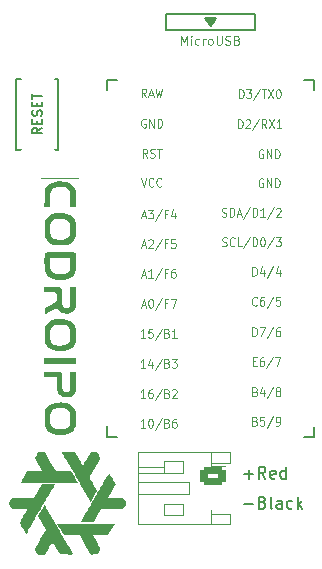
<source format=gto>
G04 #@! TF.GenerationSoftware,KiCad,Pcbnew,7.0.10*
G04 #@! TF.CreationDate,2024-03-21T01:04:01+01:00*
G04 #@! TF.ProjectId,allium58,616c6c69-756d-4353-982e-6b696361645f,rev?*
G04 #@! TF.SameCoordinates,Original*
G04 #@! TF.FileFunction,Legend,Top*
G04 #@! TF.FilePolarity,Positive*
%FSLAX46Y46*%
G04 Gerber Fmt 4.6, Leading zero omitted, Abs format (unit mm)*
G04 Created by KiCad (PCBNEW 7.0.10) date 2024-03-21 01:04:01*
%MOMM*%
%LPD*%
G01*
G04 APERTURE LIST*
G04 Aperture macros list*
%AMRoundRect*
0 Rectangle with rounded corners*
0 $1 Rounding radius*
0 $2 $3 $4 $5 $6 $7 $8 $9 X,Y pos of 4 corners*
0 Add a 4 corners polygon primitive as box body*
4,1,4,$2,$3,$4,$5,$6,$7,$8,$9,$2,$3,0*
0 Add four circle primitives for the rounded corners*
1,1,$1+$1,$2,$3*
1,1,$1+$1,$4,$5*
1,1,$1+$1,$6,$7*
1,1,$1+$1,$8,$9*
0 Add four rect primitives between the rounded corners*
20,1,$1+$1,$2,$3,$4,$5,0*
20,1,$1+$1,$4,$5,$6,$7,0*
20,1,$1+$1,$6,$7,$8,$9,0*
20,1,$1+$1,$8,$9,$2,$3,0*%
G04 Aperture macros list end*
%ADD10C,0.150000*%
%ADD11C,0.125000*%
%ADD12C,0.120000*%
%ADD13C,5.100000*%
%ADD14C,2.900000*%
%ADD15C,3.000000*%
%ADD16C,5.250000*%
%ADD17C,4.400000*%
%ADD18O,2.150000X1.600000*%
%ADD19RoundRect,0.333333X-0.741667X0.466667X-0.741667X-0.466667X0.741667X-0.466667X0.741667X0.466667X0*%
%ADD20C,1.300000*%
G04 APERTURE END LIST*
D10*
X103841779Y-76273866D02*
X104603684Y-76273866D01*
X105413207Y-76131009D02*
X105556064Y-76178628D01*
X105556064Y-76178628D02*
X105603683Y-76226247D01*
X105603683Y-76226247D02*
X105651302Y-76321485D01*
X105651302Y-76321485D02*
X105651302Y-76464342D01*
X105651302Y-76464342D02*
X105603683Y-76559580D01*
X105603683Y-76559580D02*
X105556064Y-76607200D01*
X105556064Y-76607200D02*
X105460826Y-76654819D01*
X105460826Y-76654819D02*
X105079874Y-76654819D01*
X105079874Y-76654819D02*
X105079874Y-75654819D01*
X105079874Y-75654819D02*
X105413207Y-75654819D01*
X105413207Y-75654819D02*
X105508445Y-75702438D01*
X105508445Y-75702438D02*
X105556064Y-75750057D01*
X105556064Y-75750057D02*
X105603683Y-75845295D01*
X105603683Y-75845295D02*
X105603683Y-75940533D01*
X105603683Y-75940533D02*
X105556064Y-76035771D01*
X105556064Y-76035771D02*
X105508445Y-76083390D01*
X105508445Y-76083390D02*
X105413207Y-76131009D01*
X105413207Y-76131009D02*
X105079874Y-76131009D01*
X106222731Y-76654819D02*
X106127493Y-76607200D01*
X106127493Y-76607200D02*
X106079874Y-76511961D01*
X106079874Y-76511961D02*
X106079874Y-75654819D01*
X107032255Y-76654819D02*
X107032255Y-76131009D01*
X107032255Y-76131009D02*
X106984636Y-76035771D01*
X106984636Y-76035771D02*
X106889398Y-75988152D01*
X106889398Y-75988152D02*
X106698922Y-75988152D01*
X106698922Y-75988152D02*
X106603684Y-76035771D01*
X107032255Y-76607200D02*
X106937017Y-76654819D01*
X106937017Y-76654819D02*
X106698922Y-76654819D01*
X106698922Y-76654819D02*
X106603684Y-76607200D01*
X106603684Y-76607200D02*
X106556065Y-76511961D01*
X106556065Y-76511961D02*
X106556065Y-76416723D01*
X106556065Y-76416723D02*
X106603684Y-76321485D01*
X106603684Y-76321485D02*
X106698922Y-76273866D01*
X106698922Y-76273866D02*
X106937017Y-76273866D01*
X106937017Y-76273866D02*
X107032255Y-76226247D01*
X107937017Y-76607200D02*
X107841779Y-76654819D01*
X107841779Y-76654819D02*
X107651303Y-76654819D01*
X107651303Y-76654819D02*
X107556065Y-76607200D01*
X107556065Y-76607200D02*
X107508446Y-76559580D01*
X107508446Y-76559580D02*
X107460827Y-76464342D01*
X107460827Y-76464342D02*
X107460827Y-76178628D01*
X107460827Y-76178628D02*
X107508446Y-76083390D01*
X107508446Y-76083390D02*
X107556065Y-76035771D01*
X107556065Y-76035771D02*
X107651303Y-75988152D01*
X107651303Y-75988152D02*
X107841779Y-75988152D01*
X107841779Y-75988152D02*
X107937017Y-76035771D01*
X108365589Y-76654819D02*
X108365589Y-75654819D01*
X108460827Y-76273866D02*
X108746541Y-76654819D01*
X108746541Y-75988152D02*
X108365589Y-76369104D01*
X103841779Y-73733866D02*
X104603684Y-73733866D01*
X104222731Y-74114819D02*
X104222731Y-73352914D01*
X105651302Y-74114819D02*
X105317969Y-73638628D01*
X105079874Y-74114819D02*
X105079874Y-73114819D01*
X105079874Y-73114819D02*
X105460826Y-73114819D01*
X105460826Y-73114819D02*
X105556064Y-73162438D01*
X105556064Y-73162438D02*
X105603683Y-73210057D01*
X105603683Y-73210057D02*
X105651302Y-73305295D01*
X105651302Y-73305295D02*
X105651302Y-73448152D01*
X105651302Y-73448152D02*
X105603683Y-73543390D01*
X105603683Y-73543390D02*
X105556064Y-73591009D01*
X105556064Y-73591009D02*
X105460826Y-73638628D01*
X105460826Y-73638628D02*
X105079874Y-73638628D01*
X106460826Y-74067200D02*
X106365588Y-74114819D01*
X106365588Y-74114819D02*
X106175112Y-74114819D01*
X106175112Y-74114819D02*
X106079874Y-74067200D01*
X106079874Y-74067200D02*
X106032255Y-73971961D01*
X106032255Y-73971961D02*
X106032255Y-73591009D01*
X106032255Y-73591009D02*
X106079874Y-73495771D01*
X106079874Y-73495771D02*
X106175112Y-73448152D01*
X106175112Y-73448152D02*
X106365588Y-73448152D01*
X106365588Y-73448152D02*
X106460826Y-73495771D01*
X106460826Y-73495771D02*
X106508445Y-73591009D01*
X106508445Y-73591009D02*
X106508445Y-73686247D01*
X106508445Y-73686247D02*
X106032255Y-73781485D01*
X107365588Y-74114819D02*
X107365588Y-73114819D01*
X107365588Y-74067200D02*
X107270350Y-74114819D01*
X107270350Y-74114819D02*
X107079874Y-74114819D01*
X107079874Y-74114819D02*
X106984636Y-74067200D01*
X106984636Y-74067200D02*
X106937017Y-74019580D01*
X106937017Y-74019580D02*
X106889398Y-73924342D01*
X106889398Y-73924342D02*
X106889398Y-73638628D01*
X106889398Y-73638628D02*
X106937017Y-73543390D01*
X106937017Y-73543390D02*
X106984636Y-73495771D01*
X106984636Y-73495771D02*
X107079874Y-73448152D01*
X107079874Y-73448152D02*
X107270350Y-73448152D01*
X107270350Y-73448152D02*
X107365588Y-73495771D01*
D11*
X104763810Y-66747607D02*
X104859524Y-66783321D01*
X104859524Y-66783321D02*
X104891429Y-66819035D01*
X104891429Y-66819035D02*
X104923333Y-66890464D01*
X104923333Y-66890464D02*
X104923333Y-66997607D01*
X104923333Y-66997607D02*
X104891429Y-67069035D01*
X104891429Y-67069035D02*
X104859524Y-67104750D01*
X104859524Y-67104750D02*
X104795714Y-67140464D01*
X104795714Y-67140464D02*
X104540476Y-67140464D01*
X104540476Y-67140464D02*
X104540476Y-66390464D01*
X104540476Y-66390464D02*
X104763810Y-66390464D01*
X104763810Y-66390464D02*
X104827619Y-66426178D01*
X104827619Y-66426178D02*
X104859524Y-66461892D01*
X104859524Y-66461892D02*
X104891429Y-66533321D01*
X104891429Y-66533321D02*
X104891429Y-66604750D01*
X104891429Y-66604750D02*
X104859524Y-66676178D01*
X104859524Y-66676178D02*
X104827619Y-66711892D01*
X104827619Y-66711892D02*
X104763810Y-66747607D01*
X104763810Y-66747607D02*
X104540476Y-66747607D01*
X105497619Y-66640464D02*
X105497619Y-67140464D01*
X105338095Y-66354750D02*
X105178572Y-66890464D01*
X105178572Y-66890464D02*
X105593333Y-66890464D01*
X106327143Y-66354750D02*
X105752857Y-67319035D01*
X106646191Y-66711892D02*
X106582381Y-66676178D01*
X106582381Y-66676178D02*
X106550476Y-66640464D01*
X106550476Y-66640464D02*
X106518572Y-66569035D01*
X106518572Y-66569035D02*
X106518572Y-66533321D01*
X106518572Y-66533321D02*
X106550476Y-66461892D01*
X106550476Y-66461892D02*
X106582381Y-66426178D01*
X106582381Y-66426178D02*
X106646191Y-66390464D01*
X106646191Y-66390464D02*
X106773810Y-66390464D01*
X106773810Y-66390464D02*
X106837619Y-66426178D01*
X106837619Y-66426178D02*
X106869524Y-66461892D01*
X106869524Y-66461892D02*
X106901429Y-66533321D01*
X106901429Y-66533321D02*
X106901429Y-66569035D01*
X106901429Y-66569035D02*
X106869524Y-66640464D01*
X106869524Y-66640464D02*
X106837619Y-66676178D01*
X106837619Y-66676178D02*
X106773810Y-66711892D01*
X106773810Y-66711892D02*
X106646191Y-66711892D01*
X106646191Y-66711892D02*
X106582381Y-66747607D01*
X106582381Y-66747607D02*
X106550476Y-66783321D01*
X106550476Y-66783321D02*
X106518572Y-66854750D01*
X106518572Y-66854750D02*
X106518572Y-66997607D01*
X106518572Y-66997607D02*
X106550476Y-67069035D01*
X106550476Y-67069035D02*
X106582381Y-67104750D01*
X106582381Y-67104750D02*
X106646191Y-67140464D01*
X106646191Y-67140464D02*
X106773810Y-67140464D01*
X106773810Y-67140464D02*
X106837619Y-67104750D01*
X106837619Y-67104750D02*
X106869524Y-67069035D01*
X106869524Y-67069035D02*
X106901429Y-66997607D01*
X106901429Y-66997607D02*
X106901429Y-66854750D01*
X106901429Y-66854750D02*
X106869524Y-66783321D01*
X106869524Y-66783321D02*
X106837619Y-66747607D01*
X106837619Y-66747607D02*
X106773810Y-66711892D01*
X95494524Y-43676178D02*
X95430714Y-43640464D01*
X95430714Y-43640464D02*
X95335000Y-43640464D01*
X95335000Y-43640464D02*
X95239286Y-43676178D01*
X95239286Y-43676178D02*
X95175476Y-43747607D01*
X95175476Y-43747607D02*
X95143571Y-43819035D01*
X95143571Y-43819035D02*
X95111667Y-43961892D01*
X95111667Y-43961892D02*
X95111667Y-44069035D01*
X95111667Y-44069035D02*
X95143571Y-44211892D01*
X95143571Y-44211892D02*
X95175476Y-44283321D01*
X95175476Y-44283321D02*
X95239286Y-44354750D01*
X95239286Y-44354750D02*
X95335000Y-44390464D01*
X95335000Y-44390464D02*
X95398809Y-44390464D01*
X95398809Y-44390464D02*
X95494524Y-44354750D01*
X95494524Y-44354750D02*
X95526428Y-44319035D01*
X95526428Y-44319035D02*
X95526428Y-44069035D01*
X95526428Y-44069035D02*
X95398809Y-44069035D01*
X95813571Y-44390464D02*
X95813571Y-43640464D01*
X95813571Y-43640464D02*
X96196428Y-44390464D01*
X96196428Y-44390464D02*
X96196428Y-43640464D01*
X96515476Y-44390464D02*
X96515476Y-43640464D01*
X96515476Y-43640464D02*
X96675000Y-43640464D01*
X96675000Y-43640464D02*
X96770714Y-43676178D01*
X96770714Y-43676178D02*
X96834524Y-43747607D01*
X96834524Y-43747607D02*
X96866429Y-43819035D01*
X96866429Y-43819035D02*
X96898333Y-43961892D01*
X96898333Y-43961892D02*
X96898333Y-44069035D01*
X96898333Y-44069035D02*
X96866429Y-44211892D01*
X96866429Y-44211892D02*
X96834524Y-44283321D01*
X96834524Y-44283321D02*
X96770714Y-44354750D01*
X96770714Y-44354750D02*
X96675000Y-44390464D01*
X96675000Y-44390464D02*
X96515476Y-44390464D01*
X103416190Y-41890464D02*
X103416190Y-41140464D01*
X103416190Y-41140464D02*
X103575714Y-41140464D01*
X103575714Y-41140464D02*
X103671428Y-41176178D01*
X103671428Y-41176178D02*
X103735238Y-41247607D01*
X103735238Y-41247607D02*
X103767143Y-41319035D01*
X103767143Y-41319035D02*
X103799047Y-41461892D01*
X103799047Y-41461892D02*
X103799047Y-41569035D01*
X103799047Y-41569035D02*
X103767143Y-41711892D01*
X103767143Y-41711892D02*
X103735238Y-41783321D01*
X103735238Y-41783321D02*
X103671428Y-41854750D01*
X103671428Y-41854750D02*
X103575714Y-41890464D01*
X103575714Y-41890464D02*
X103416190Y-41890464D01*
X104022381Y-41140464D02*
X104437143Y-41140464D01*
X104437143Y-41140464D02*
X104213809Y-41426178D01*
X104213809Y-41426178D02*
X104309524Y-41426178D01*
X104309524Y-41426178D02*
X104373333Y-41461892D01*
X104373333Y-41461892D02*
X104405238Y-41497607D01*
X104405238Y-41497607D02*
X104437143Y-41569035D01*
X104437143Y-41569035D02*
X104437143Y-41747607D01*
X104437143Y-41747607D02*
X104405238Y-41819035D01*
X104405238Y-41819035D02*
X104373333Y-41854750D01*
X104373333Y-41854750D02*
X104309524Y-41890464D01*
X104309524Y-41890464D02*
X104118095Y-41890464D01*
X104118095Y-41890464D02*
X104054286Y-41854750D01*
X104054286Y-41854750D02*
X104022381Y-41819035D01*
X105202857Y-41104750D02*
X104628571Y-42069035D01*
X105330476Y-41140464D02*
X105713333Y-41140464D01*
X105521905Y-41890464D02*
X105521905Y-41140464D01*
X105872857Y-41140464D02*
X106319523Y-41890464D01*
X106319523Y-41140464D02*
X105872857Y-41890464D01*
X106702380Y-41140464D02*
X106766190Y-41140464D01*
X106766190Y-41140464D02*
X106829999Y-41176178D01*
X106829999Y-41176178D02*
X106861904Y-41211892D01*
X106861904Y-41211892D02*
X106893809Y-41283321D01*
X106893809Y-41283321D02*
X106925714Y-41426178D01*
X106925714Y-41426178D02*
X106925714Y-41604750D01*
X106925714Y-41604750D02*
X106893809Y-41747607D01*
X106893809Y-41747607D02*
X106861904Y-41819035D01*
X106861904Y-41819035D02*
X106829999Y-41854750D01*
X106829999Y-41854750D02*
X106766190Y-41890464D01*
X106766190Y-41890464D02*
X106702380Y-41890464D01*
X106702380Y-41890464D02*
X106638571Y-41854750D01*
X106638571Y-41854750D02*
X106606666Y-41819035D01*
X106606666Y-41819035D02*
X106574761Y-41747607D01*
X106574761Y-41747607D02*
X106542857Y-41604750D01*
X106542857Y-41604750D02*
X106542857Y-41426178D01*
X106542857Y-41426178D02*
X106574761Y-41283321D01*
X106574761Y-41283321D02*
X106606666Y-41211892D01*
X106606666Y-41211892D02*
X106638571Y-41176178D01*
X106638571Y-41176178D02*
X106702380Y-41140464D01*
X104540476Y-62040464D02*
X104540476Y-61290464D01*
X104540476Y-61290464D02*
X104700000Y-61290464D01*
X104700000Y-61290464D02*
X104795714Y-61326178D01*
X104795714Y-61326178D02*
X104859524Y-61397607D01*
X104859524Y-61397607D02*
X104891429Y-61469035D01*
X104891429Y-61469035D02*
X104923333Y-61611892D01*
X104923333Y-61611892D02*
X104923333Y-61719035D01*
X104923333Y-61719035D02*
X104891429Y-61861892D01*
X104891429Y-61861892D02*
X104859524Y-61933321D01*
X104859524Y-61933321D02*
X104795714Y-62004750D01*
X104795714Y-62004750D02*
X104700000Y-62040464D01*
X104700000Y-62040464D02*
X104540476Y-62040464D01*
X105146667Y-61290464D02*
X105593333Y-61290464D01*
X105593333Y-61290464D02*
X105306191Y-62040464D01*
X106327143Y-61254750D02*
X105752857Y-62219035D01*
X106837619Y-61290464D02*
X106710000Y-61290464D01*
X106710000Y-61290464D02*
X106646191Y-61326178D01*
X106646191Y-61326178D02*
X106614286Y-61361892D01*
X106614286Y-61361892D02*
X106550476Y-61469035D01*
X106550476Y-61469035D02*
X106518572Y-61611892D01*
X106518572Y-61611892D02*
X106518572Y-61897607D01*
X106518572Y-61897607D02*
X106550476Y-61969035D01*
X106550476Y-61969035D02*
X106582381Y-62004750D01*
X106582381Y-62004750D02*
X106646191Y-62040464D01*
X106646191Y-62040464D02*
X106773810Y-62040464D01*
X106773810Y-62040464D02*
X106837619Y-62004750D01*
X106837619Y-62004750D02*
X106869524Y-61969035D01*
X106869524Y-61969035D02*
X106901429Y-61897607D01*
X106901429Y-61897607D02*
X106901429Y-61719035D01*
X106901429Y-61719035D02*
X106869524Y-61647607D01*
X106869524Y-61647607D02*
X106837619Y-61611892D01*
X106837619Y-61611892D02*
X106773810Y-61576178D01*
X106773810Y-61576178D02*
X106646191Y-61576178D01*
X106646191Y-61576178D02*
X106582381Y-61611892D01*
X106582381Y-61611892D02*
X106550476Y-61647607D01*
X106550476Y-61647607D02*
X106518572Y-61719035D01*
D12*
X98503571Y-37390724D02*
X98503571Y-36640724D01*
X98503571Y-36640724D02*
X98753571Y-37176438D01*
X98753571Y-37176438D02*
X99003571Y-36640724D01*
X99003571Y-36640724D02*
X99003571Y-37390724D01*
X99360714Y-37390724D02*
X99360714Y-36890724D01*
X99360714Y-36640724D02*
X99325000Y-36676438D01*
X99325000Y-36676438D02*
X99360714Y-36712152D01*
X99360714Y-36712152D02*
X99396428Y-36676438D01*
X99396428Y-36676438D02*
X99360714Y-36640724D01*
X99360714Y-36640724D02*
X99360714Y-36712152D01*
X100039286Y-37355010D02*
X99967857Y-37390724D01*
X99967857Y-37390724D02*
X99825000Y-37390724D01*
X99825000Y-37390724D02*
X99753571Y-37355010D01*
X99753571Y-37355010D02*
X99717857Y-37319295D01*
X99717857Y-37319295D02*
X99682143Y-37247867D01*
X99682143Y-37247867D02*
X99682143Y-37033581D01*
X99682143Y-37033581D02*
X99717857Y-36962152D01*
X99717857Y-36962152D02*
X99753571Y-36926438D01*
X99753571Y-36926438D02*
X99825000Y-36890724D01*
X99825000Y-36890724D02*
X99967857Y-36890724D01*
X99967857Y-36890724D02*
X100039286Y-36926438D01*
X100360714Y-37390724D02*
X100360714Y-36890724D01*
X100360714Y-37033581D02*
X100396428Y-36962152D01*
X100396428Y-36962152D02*
X100432143Y-36926438D01*
X100432143Y-36926438D02*
X100503571Y-36890724D01*
X100503571Y-36890724D02*
X100575000Y-36890724D01*
X100932143Y-37390724D02*
X100860714Y-37355010D01*
X100860714Y-37355010D02*
X100825000Y-37319295D01*
X100825000Y-37319295D02*
X100789286Y-37247867D01*
X100789286Y-37247867D02*
X100789286Y-37033581D01*
X100789286Y-37033581D02*
X100825000Y-36962152D01*
X100825000Y-36962152D02*
X100860714Y-36926438D01*
X100860714Y-36926438D02*
X100932143Y-36890724D01*
X100932143Y-36890724D02*
X101039286Y-36890724D01*
X101039286Y-36890724D02*
X101110714Y-36926438D01*
X101110714Y-36926438D02*
X101146429Y-36962152D01*
X101146429Y-36962152D02*
X101182143Y-37033581D01*
X101182143Y-37033581D02*
X101182143Y-37247867D01*
X101182143Y-37247867D02*
X101146429Y-37319295D01*
X101146429Y-37319295D02*
X101110714Y-37355010D01*
X101110714Y-37355010D02*
X101039286Y-37390724D01*
X101039286Y-37390724D02*
X100932143Y-37390724D01*
X101503571Y-36640724D02*
X101503571Y-37247867D01*
X101503571Y-37247867D02*
X101539285Y-37319295D01*
X101539285Y-37319295D02*
X101575000Y-37355010D01*
X101575000Y-37355010D02*
X101646428Y-37390724D01*
X101646428Y-37390724D02*
X101789285Y-37390724D01*
X101789285Y-37390724D02*
X101860714Y-37355010D01*
X101860714Y-37355010D02*
X101896428Y-37319295D01*
X101896428Y-37319295D02*
X101932142Y-37247867D01*
X101932142Y-37247867D02*
X101932142Y-36640724D01*
X102253571Y-37355010D02*
X102360714Y-37390724D01*
X102360714Y-37390724D02*
X102539285Y-37390724D01*
X102539285Y-37390724D02*
X102610714Y-37355010D01*
X102610714Y-37355010D02*
X102646428Y-37319295D01*
X102646428Y-37319295D02*
X102682142Y-37247867D01*
X102682142Y-37247867D02*
X102682142Y-37176438D01*
X102682142Y-37176438D02*
X102646428Y-37105010D01*
X102646428Y-37105010D02*
X102610714Y-37069295D01*
X102610714Y-37069295D02*
X102539285Y-37033581D01*
X102539285Y-37033581D02*
X102396428Y-36997867D01*
X102396428Y-36997867D02*
X102324999Y-36962152D01*
X102324999Y-36962152D02*
X102289285Y-36926438D01*
X102289285Y-36926438D02*
X102253571Y-36855010D01*
X102253571Y-36855010D02*
X102253571Y-36783581D01*
X102253571Y-36783581D02*
X102289285Y-36712152D01*
X102289285Y-36712152D02*
X102324999Y-36676438D01*
X102324999Y-36676438D02*
X102396428Y-36640724D01*
X102396428Y-36640724D02*
X102574999Y-36640724D01*
X102574999Y-36640724D02*
X102682142Y-36676438D01*
X103253571Y-36997867D02*
X103360714Y-37033581D01*
X103360714Y-37033581D02*
X103396428Y-37069295D01*
X103396428Y-37069295D02*
X103432142Y-37140724D01*
X103432142Y-37140724D02*
X103432142Y-37247867D01*
X103432142Y-37247867D02*
X103396428Y-37319295D01*
X103396428Y-37319295D02*
X103360714Y-37355010D01*
X103360714Y-37355010D02*
X103289285Y-37390724D01*
X103289285Y-37390724D02*
X103003571Y-37390724D01*
X103003571Y-37390724D02*
X103003571Y-36640724D01*
X103003571Y-36640724D02*
X103253571Y-36640724D01*
X103253571Y-36640724D02*
X103325000Y-36676438D01*
X103325000Y-36676438D02*
X103360714Y-36712152D01*
X103360714Y-36712152D02*
X103396428Y-36783581D01*
X103396428Y-36783581D02*
X103396428Y-36855010D01*
X103396428Y-36855010D02*
X103360714Y-36926438D01*
X103360714Y-36926438D02*
X103325000Y-36962152D01*
X103325000Y-36962152D02*
X103253571Y-36997867D01*
X103253571Y-36997867D02*
X103003571Y-36997867D01*
D11*
X104763810Y-69247607D02*
X104859524Y-69283321D01*
X104859524Y-69283321D02*
X104891429Y-69319035D01*
X104891429Y-69319035D02*
X104923333Y-69390464D01*
X104923333Y-69390464D02*
X104923333Y-69497607D01*
X104923333Y-69497607D02*
X104891429Y-69569035D01*
X104891429Y-69569035D02*
X104859524Y-69604750D01*
X104859524Y-69604750D02*
X104795714Y-69640464D01*
X104795714Y-69640464D02*
X104540476Y-69640464D01*
X104540476Y-69640464D02*
X104540476Y-68890464D01*
X104540476Y-68890464D02*
X104763810Y-68890464D01*
X104763810Y-68890464D02*
X104827619Y-68926178D01*
X104827619Y-68926178D02*
X104859524Y-68961892D01*
X104859524Y-68961892D02*
X104891429Y-69033321D01*
X104891429Y-69033321D02*
X104891429Y-69104750D01*
X104891429Y-69104750D02*
X104859524Y-69176178D01*
X104859524Y-69176178D02*
X104827619Y-69211892D01*
X104827619Y-69211892D02*
X104763810Y-69247607D01*
X104763810Y-69247607D02*
X104540476Y-69247607D01*
X105529524Y-68890464D02*
X105210476Y-68890464D01*
X105210476Y-68890464D02*
X105178572Y-69247607D01*
X105178572Y-69247607D02*
X105210476Y-69211892D01*
X105210476Y-69211892D02*
X105274286Y-69176178D01*
X105274286Y-69176178D02*
X105433810Y-69176178D01*
X105433810Y-69176178D02*
X105497619Y-69211892D01*
X105497619Y-69211892D02*
X105529524Y-69247607D01*
X105529524Y-69247607D02*
X105561429Y-69319035D01*
X105561429Y-69319035D02*
X105561429Y-69497607D01*
X105561429Y-69497607D02*
X105529524Y-69569035D01*
X105529524Y-69569035D02*
X105497619Y-69604750D01*
X105497619Y-69604750D02*
X105433810Y-69640464D01*
X105433810Y-69640464D02*
X105274286Y-69640464D01*
X105274286Y-69640464D02*
X105210476Y-69604750D01*
X105210476Y-69604750D02*
X105178572Y-69569035D01*
X106327143Y-68854750D02*
X105752857Y-69819035D01*
X106582381Y-69640464D02*
X106710000Y-69640464D01*
X106710000Y-69640464D02*
X106773810Y-69604750D01*
X106773810Y-69604750D02*
X106805714Y-69569035D01*
X106805714Y-69569035D02*
X106869524Y-69461892D01*
X106869524Y-69461892D02*
X106901429Y-69319035D01*
X106901429Y-69319035D02*
X106901429Y-69033321D01*
X106901429Y-69033321D02*
X106869524Y-68961892D01*
X106869524Y-68961892D02*
X106837619Y-68926178D01*
X106837619Y-68926178D02*
X106773810Y-68890464D01*
X106773810Y-68890464D02*
X106646191Y-68890464D01*
X106646191Y-68890464D02*
X106582381Y-68926178D01*
X106582381Y-68926178D02*
X106550476Y-68961892D01*
X106550476Y-68961892D02*
X106518572Y-69033321D01*
X106518572Y-69033321D02*
X106518572Y-69211892D01*
X106518572Y-69211892D02*
X106550476Y-69283321D01*
X106550476Y-69283321D02*
X106582381Y-69319035D01*
X106582381Y-69319035D02*
X106646191Y-69354750D01*
X106646191Y-69354750D02*
X106773810Y-69354750D01*
X106773810Y-69354750D02*
X106837619Y-69319035D01*
X106837619Y-69319035D02*
X106869524Y-69283321D01*
X106869524Y-69283321D02*
X106901429Y-69211892D01*
X95472381Y-62190464D02*
X95089524Y-62190464D01*
X95280952Y-62190464D02*
X95280952Y-61440464D01*
X95280952Y-61440464D02*
X95217143Y-61547607D01*
X95217143Y-61547607D02*
X95153333Y-61619035D01*
X95153333Y-61619035D02*
X95089524Y-61654750D01*
X96078571Y-61440464D02*
X95759523Y-61440464D01*
X95759523Y-61440464D02*
X95727619Y-61797607D01*
X95727619Y-61797607D02*
X95759523Y-61761892D01*
X95759523Y-61761892D02*
X95823333Y-61726178D01*
X95823333Y-61726178D02*
X95982857Y-61726178D01*
X95982857Y-61726178D02*
X96046666Y-61761892D01*
X96046666Y-61761892D02*
X96078571Y-61797607D01*
X96078571Y-61797607D02*
X96110476Y-61869035D01*
X96110476Y-61869035D02*
X96110476Y-62047607D01*
X96110476Y-62047607D02*
X96078571Y-62119035D01*
X96078571Y-62119035D02*
X96046666Y-62154750D01*
X96046666Y-62154750D02*
X95982857Y-62190464D01*
X95982857Y-62190464D02*
X95823333Y-62190464D01*
X95823333Y-62190464D02*
X95759523Y-62154750D01*
X95759523Y-62154750D02*
X95727619Y-62119035D01*
X96876190Y-61404750D02*
X96301904Y-62369035D01*
X97322857Y-61797607D02*
X97418571Y-61833321D01*
X97418571Y-61833321D02*
X97450476Y-61869035D01*
X97450476Y-61869035D02*
X97482380Y-61940464D01*
X97482380Y-61940464D02*
X97482380Y-62047607D01*
X97482380Y-62047607D02*
X97450476Y-62119035D01*
X97450476Y-62119035D02*
X97418571Y-62154750D01*
X97418571Y-62154750D02*
X97354761Y-62190464D01*
X97354761Y-62190464D02*
X97099523Y-62190464D01*
X97099523Y-62190464D02*
X97099523Y-61440464D01*
X97099523Y-61440464D02*
X97322857Y-61440464D01*
X97322857Y-61440464D02*
X97386666Y-61476178D01*
X97386666Y-61476178D02*
X97418571Y-61511892D01*
X97418571Y-61511892D02*
X97450476Y-61583321D01*
X97450476Y-61583321D02*
X97450476Y-61654750D01*
X97450476Y-61654750D02*
X97418571Y-61726178D01*
X97418571Y-61726178D02*
X97386666Y-61761892D01*
X97386666Y-61761892D02*
X97322857Y-61797607D01*
X97322857Y-61797607D02*
X97099523Y-61797607D01*
X98120476Y-62190464D02*
X97737619Y-62190464D01*
X97929047Y-62190464D02*
X97929047Y-61440464D01*
X97929047Y-61440464D02*
X97865238Y-61547607D01*
X97865238Y-61547607D02*
X97801428Y-61619035D01*
X97801428Y-61619035D02*
X97737619Y-61654750D01*
D12*
X98503571Y-37390724D02*
X98503571Y-36640724D01*
X98503571Y-36640724D02*
X98753571Y-37176438D01*
X98753571Y-37176438D02*
X99003571Y-36640724D01*
X99003571Y-36640724D02*
X99003571Y-37390724D01*
X99360714Y-37390724D02*
X99360714Y-36890724D01*
X99360714Y-36640724D02*
X99325000Y-36676438D01*
X99325000Y-36676438D02*
X99360714Y-36712152D01*
X99360714Y-36712152D02*
X99396428Y-36676438D01*
X99396428Y-36676438D02*
X99360714Y-36640724D01*
X99360714Y-36640724D02*
X99360714Y-36712152D01*
X100039286Y-37355010D02*
X99967857Y-37390724D01*
X99967857Y-37390724D02*
X99825000Y-37390724D01*
X99825000Y-37390724D02*
X99753571Y-37355010D01*
X99753571Y-37355010D02*
X99717857Y-37319295D01*
X99717857Y-37319295D02*
X99682143Y-37247867D01*
X99682143Y-37247867D02*
X99682143Y-37033581D01*
X99682143Y-37033581D02*
X99717857Y-36962152D01*
X99717857Y-36962152D02*
X99753571Y-36926438D01*
X99753571Y-36926438D02*
X99825000Y-36890724D01*
X99825000Y-36890724D02*
X99967857Y-36890724D01*
X99967857Y-36890724D02*
X100039286Y-36926438D01*
X100360714Y-37390724D02*
X100360714Y-36890724D01*
X100360714Y-37033581D02*
X100396428Y-36962152D01*
X100396428Y-36962152D02*
X100432143Y-36926438D01*
X100432143Y-36926438D02*
X100503571Y-36890724D01*
X100503571Y-36890724D02*
X100575000Y-36890724D01*
X100932143Y-37390724D02*
X100860714Y-37355010D01*
X100860714Y-37355010D02*
X100825000Y-37319295D01*
X100825000Y-37319295D02*
X100789286Y-37247867D01*
X100789286Y-37247867D02*
X100789286Y-37033581D01*
X100789286Y-37033581D02*
X100825000Y-36962152D01*
X100825000Y-36962152D02*
X100860714Y-36926438D01*
X100860714Y-36926438D02*
X100932143Y-36890724D01*
X100932143Y-36890724D02*
X101039286Y-36890724D01*
X101039286Y-36890724D02*
X101110714Y-36926438D01*
X101110714Y-36926438D02*
X101146429Y-36962152D01*
X101146429Y-36962152D02*
X101182143Y-37033581D01*
X101182143Y-37033581D02*
X101182143Y-37247867D01*
X101182143Y-37247867D02*
X101146429Y-37319295D01*
X101146429Y-37319295D02*
X101110714Y-37355010D01*
X101110714Y-37355010D02*
X101039286Y-37390724D01*
X101039286Y-37390724D02*
X100932143Y-37390724D01*
X101503571Y-36640724D02*
X101503571Y-37247867D01*
X101503571Y-37247867D02*
X101539285Y-37319295D01*
X101539285Y-37319295D02*
X101575000Y-37355010D01*
X101575000Y-37355010D02*
X101646428Y-37390724D01*
X101646428Y-37390724D02*
X101789285Y-37390724D01*
X101789285Y-37390724D02*
X101860714Y-37355010D01*
X101860714Y-37355010D02*
X101896428Y-37319295D01*
X101896428Y-37319295D02*
X101932142Y-37247867D01*
X101932142Y-37247867D02*
X101932142Y-36640724D01*
X102253571Y-37355010D02*
X102360714Y-37390724D01*
X102360714Y-37390724D02*
X102539285Y-37390724D01*
X102539285Y-37390724D02*
X102610714Y-37355010D01*
X102610714Y-37355010D02*
X102646428Y-37319295D01*
X102646428Y-37319295D02*
X102682142Y-37247867D01*
X102682142Y-37247867D02*
X102682142Y-37176438D01*
X102682142Y-37176438D02*
X102646428Y-37105010D01*
X102646428Y-37105010D02*
X102610714Y-37069295D01*
X102610714Y-37069295D02*
X102539285Y-37033581D01*
X102539285Y-37033581D02*
X102396428Y-36997867D01*
X102396428Y-36997867D02*
X102324999Y-36962152D01*
X102324999Y-36962152D02*
X102289285Y-36926438D01*
X102289285Y-36926438D02*
X102253571Y-36855010D01*
X102253571Y-36855010D02*
X102253571Y-36783581D01*
X102253571Y-36783581D02*
X102289285Y-36712152D01*
X102289285Y-36712152D02*
X102324999Y-36676438D01*
X102324999Y-36676438D02*
X102396428Y-36640724D01*
X102396428Y-36640724D02*
X102574999Y-36640724D01*
X102574999Y-36640724D02*
X102682142Y-36676438D01*
X103253571Y-36997867D02*
X103360714Y-37033581D01*
X103360714Y-37033581D02*
X103396428Y-37069295D01*
X103396428Y-37069295D02*
X103432142Y-37140724D01*
X103432142Y-37140724D02*
X103432142Y-37247867D01*
X103432142Y-37247867D02*
X103396428Y-37319295D01*
X103396428Y-37319295D02*
X103360714Y-37355010D01*
X103360714Y-37355010D02*
X103289285Y-37390724D01*
X103289285Y-37390724D02*
X103003571Y-37390724D01*
X103003571Y-37390724D02*
X103003571Y-36640724D01*
X103003571Y-36640724D02*
X103253571Y-36640724D01*
X103253571Y-36640724D02*
X103325000Y-36676438D01*
X103325000Y-36676438D02*
X103360714Y-36712152D01*
X103360714Y-36712152D02*
X103396428Y-36783581D01*
X103396428Y-36783581D02*
X103396428Y-36855010D01*
X103396428Y-36855010D02*
X103360714Y-36926438D01*
X103360714Y-36926438D02*
X103325000Y-36962152D01*
X103325000Y-36962152D02*
X103253571Y-36997867D01*
X103253571Y-36997867D02*
X103003571Y-36997867D01*
D11*
X95169286Y-54376178D02*
X95488333Y-54376178D01*
X95105476Y-54590464D02*
X95328809Y-53840464D01*
X95328809Y-53840464D02*
X95552143Y-54590464D01*
X95743572Y-53911892D02*
X95775476Y-53876178D01*
X95775476Y-53876178D02*
X95839286Y-53840464D01*
X95839286Y-53840464D02*
X95998810Y-53840464D01*
X95998810Y-53840464D02*
X96062619Y-53876178D01*
X96062619Y-53876178D02*
X96094524Y-53911892D01*
X96094524Y-53911892D02*
X96126429Y-53983321D01*
X96126429Y-53983321D02*
X96126429Y-54054750D01*
X96126429Y-54054750D02*
X96094524Y-54161892D01*
X96094524Y-54161892D02*
X95711667Y-54590464D01*
X95711667Y-54590464D02*
X96126429Y-54590464D01*
X96892143Y-53804750D02*
X96317857Y-54769035D01*
X97338810Y-54197607D02*
X97115476Y-54197607D01*
X97115476Y-54590464D02*
X97115476Y-53840464D01*
X97115476Y-53840464D02*
X97434524Y-53840464D01*
X98008810Y-53840464D02*
X97689762Y-53840464D01*
X97689762Y-53840464D02*
X97657858Y-54197607D01*
X97657858Y-54197607D02*
X97689762Y-54161892D01*
X97689762Y-54161892D02*
X97753572Y-54126178D01*
X97753572Y-54126178D02*
X97913096Y-54126178D01*
X97913096Y-54126178D02*
X97976905Y-54161892D01*
X97976905Y-54161892D02*
X98008810Y-54197607D01*
X98008810Y-54197607D02*
X98040715Y-54269035D01*
X98040715Y-54269035D02*
X98040715Y-54447607D01*
X98040715Y-54447607D02*
X98008810Y-54519035D01*
X98008810Y-54519035D02*
X97976905Y-54554750D01*
X97976905Y-54554750D02*
X97913096Y-54590464D01*
X97913096Y-54590464D02*
X97753572Y-54590464D01*
X97753572Y-54590464D02*
X97689762Y-54554750D01*
X97689762Y-54554750D02*
X97657858Y-54519035D01*
X95169286Y-51876178D02*
X95488333Y-51876178D01*
X95105476Y-52090464D02*
X95328809Y-51340464D01*
X95328809Y-51340464D02*
X95552143Y-52090464D01*
X95711667Y-51340464D02*
X96126429Y-51340464D01*
X96126429Y-51340464D02*
X95903095Y-51626178D01*
X95903095Y-51626178D02*
X95998810Y-51626178D01*
X95998810Y-51626178D02*
X96062619Y-51661892D01*
X96062619Y-51661892D02*
X96094524Y-51697607D01*
X96094524Y-51697607D02*
X96126429Y-51769035D01*
X96126429Y-51769035D02*
X96126429Y-51947607D01*
X96126429Y-51947607D02*
X96094524Y-52019035D01*
X96094524Y-52019035D02*
X96062619Y-52054750D01*
X96062619Y-52054750D02*
X95998810Y-52090464D01*
X95998810Y-52090464D02*
X95807381Y-52090464D01*
X95807381Y-52090464D02*
X95743572Y-52054750D01*
X95743572Y-52054750D02*
X95711667Y-52019035D01*
X96892143Y-51304750D02*
X96317857Y-52269035D01*
X97338810Y-51697607D02*
X97115476Y-51697607D01*
X97115476Y-52090464D02*
X97115476Y-51340464D01*
X97115476Y-51340464D02*
X97434524Y-51340464D01*
X97976905Y-51590464D02*
X97976905Y-52090464D01*
X97817381Y-51304750D02*
X97657858Y-51840464D01*
X97657858Y-51840464D02*
X98072619Y-51840464D01*
X104540476Y-56940464D02*
X104540476Y-56190464D01*
X104540476Y-56190464D02*
X104700000Y-56190464D01*
X104700000Y-56190464D02*
X104795714Y-56226178D01*
X104795714Y-56226178D02*
X104859524Y-56297607D01*
X104859524Y-56297607D02*
X104891429Y-56369035D01*
X104891429Y-56369035D02*
X104923333Y-56511892D01*
X104923333Y-56511892D02*
X104923333Y-56619035D01*
X104923333Y-56619035D02*
X104891429Y-56761892D01*
X104891429Y-56761892D02*
X104859524Y-56833321D01*
X104859524Y-56833321D02*
X104795714Y-56904750D01*
X104795714Y-56904750D02*
X104700000Y-56940464D01*
X104700000Y-56940464D02*
X104540476Y-56940464D01*
X105497619Y-56440464D02*
X105497619Y-56940464D01*
X105338095Y-56154750D02*
X105178572Y-56690464D01*
X105178572Y-56690464D02*
X105593333Y-56690464D01*
X106327143Y-56154750D02*
X105752857Y-57119035D01*
X106837619Y-56440464D02*
X106837619Y-56940464D01*
X106678095Y-56154750D02*
X106518572Y-56690464D01*
X106518572Y-56690464D02*
X106933333Y-56690464D01*
X95638095Y-46940464D02*
X95414762Y-46583321D01*
X95255238Y-46940464D02*
X95255238Y-46190464D01*
X95255238Y-46190464D02*
X95510476Y-46190464D01*
X95510476Y-46190464D02*
X95574286Y-46226178D01*
X95574286Y-46226178D02*
X95606191Y-46261892D01*
X95606191Y-46261892D02*
X95638095Y-46333321D01*
X95638095Y-46333321D02*
X95638095Y-46440464D01*
X95638095Y-46440464D02*
X95606191Y-46511892D01*
X95606191Y-46511892D02*
X95574286Y-46547607D01*
X95574286Y-46547607D02*
X95510476Y-46583321D01*
X95510476Y-46583321D02*
X95255238Y-46583321D01*
X95893334Y-46904750D02*
X95989048Y-46940464D01*
X95989048Y-46940464D02*
X96148572Y-46940464D01*
X96148572Y-46940464D02*
X96212381Y-46904750D01*
X96212381Y-46904750D02*
X96244286Y-46869035D01*
X96244286Y-46869035D02*
X96276191Y-46797607D01*
X96276191Y-46797607D02*
X96276191Y-46726178D01*
X96276191Y-46726178D02*
X96244286Y-46654750D01*
X96244286Y-46654750D02*
X96212381Y-46619035D01*
X96212381Y-46619035D02*
X96148572Y-46583321D01*
X96148572Y-46583321D02*
X96020953Y-46547607D01*
X96020953Y-46547607D02*
X95957143Y-46511892D01*
X95957143Y-46511892D02*
X95925238Y-46476178D01*
X95925238Y-46476178D02*
X95893334Y-46404750D01*
X95893334Y-46404750D02*
X95893334Y-46333321D01*
X95893334Y-46333321D02*
X95925238Y-46261892D01*
X95925238Y-46261892D02*
X95957143Y-46226178D01*
X95957143Y-46226178D02*
X96020953Y-46190464D01*
X96020953Y-46190464D02*
X96180476Y-46190464D01*
X96180476Y-46190464D02*
X96276191Y-46226178D01*
X96467619Y-46190464D02*
X96850476Y-46190464D01*
X96659048Y-46940464D02*
X96659048Y-46190464D01*
X95472381Y-67290464D02*
X95089524Y-67290464D01*
X95280952Y-67290464D02*
X95280952Y-66540464D01*
X95280952Y-66540464D02*
X95217143Y-66647607D01*
X95217143Y-66647607D02*
X95153333Y-66719035D01*
X95153333Y-66719035D02*
X95089524Y-66754750D01*
X96046666Y-66540464D02*
X95919047Y-66540464D01*
X95919047Y-66540464D02*
X95855238Y-66576178D01*
X95855238Y-66576178D02*
X95823333Y-66611892D01*
X95823333Y-66611892D02*
X95759523Y-66719035D01*
X95759523Y-66719035D02*
X95727619Y-66861892D01*
X95727619Y-66861892D02*
X95727619Y-67147607D01*
X95727619Y-67147607D02*
X95759523Y-67219035D01*
X95759523Y-67219035D02*
X95791428Y-67254750D01*
X95791428Y-67254750D02*
X95855238Y-67290464D01*
X95855238Y-67290464D02*
X95982857Y-67290464D01*
X95982857Y-67290464D02*
X96046666Y-67254750D01*
X96046666Y-67254750D02*
X96078571Y-67219035D01*
X96078571Y-67219035D02*
X96110476Y-67147607D01*
X96110476Y-67147607D02*
X96110476Y-66969035D01*
X96110476Y-66969035D02*
X96078571Y-66897607D01*
X96078571Y-66897607D02*
X96046666Y-66861892D01*
X96046666Y-66861892D02*
X95982857Y-66826178D01*
X95982857Y-66826178D02*
X95855238Y-66826178D01*
X95855238Y-66826178D02*
X95791428Y-66861892D01*
X95791428Y-66861892D02*
X95759523Y-66897607D01*
X95759523Y-66897607D02*
X95727619Y-66969035D01*
X96876190Y-66504750D02*
X96301904Y-67469035D01*
X97322857Y-66897607D02*
X97418571Y-66933321D01*
X97418571Y-66933321D02*
X97450476Y-66969035D01*
X97450476Y-66969035D02*
X97482380Y-67040464D01*
X97482380Y-67040464D02*
X97482380Y-67147607D01*
X97482380Y-67147607D02*
X97450476Y-67219035D01*
X97450476Y-67219035D02*
X97418571Y-67254750D01*
X97418571Y-67254750D02*
X97354761Y-67290464D01*
X97354761Y-67290464D02*
X97099523Y-67290464D01*
X97099523Y-67290464D02*
X97099523Y-66540464D01*
X97099523Y-66540464D02*
X97322857Y-66540464D01*
X97322857Y-66540464D02*
X97386666Y-66576178D01*
X97386666Y-66576178D02*
X97418571Y-66611892D01*
X97418571Y-66611892D02*
X97450476Y-66683321D01*
X97450476Y-66683321D02*
X97450476Y-66754750D01*
X97450476Y-66754750D02*
X97418571Y-66826178D01*
X97418571Y-66826178D02*
X97386666Y-66861892D01*
X97386666Y-66861892D02*
X97322857Y-66897607D01*
X97322857Y-66897607D02*
X97099523Y-66897607D01*
X97737619Y-66611892D02*
X97769523Y-66576178D01*
X97769523Y-66576178D02*
X97833333Y-66540464D01*
X97833333Y-66540464D02*
X97992857Y-66540464D01*
X97992857Y-66540464D02*
X98056666Y-66576178D01*
X98056666Y-66576178D02*
X98088571Y-66611892D01*
X98088571Y-66611892D02*
X98120476Y-66683321D01*
X98120476Y-66683321D02*
X98120476Y-66754750D01*
X98120476Y-66754750D02*
X98088571Y-66861892D01*
X98088571Y-66861892D02*
X97705714Y-67290464D01*
X97705714Y-67290464D02*
X98120476Y-67290464D01*
X101982381Y-54404750D02*
X102078095Y-54440464D01*
X102078095Y-54440464D02*
X102237619Y-54440464D01*
X102237619Y-54440464D02*
X102301428Y-54404750D01*
X102301428Y-54404750D02*
X102333333Y-54369035D01*
X102333333Y-54369035D02*
X102365238Y-54297607D01*
X102365238Y-54297607D02*
X102365238Y-54226178D01*
X102365238Y-54226178D02*
X102333333Y-54154750D01*
X102333333Y-54154750D02*
X102301428Y-54119035D01*
X102301428Y-54119035D02*
X102237619Y-54083321D01*
X102237619Y-54083321D02*
X102110000Y-54047607D01*
X102110000Y-54047607D02*
X102046190Y-54011892D01*
X102046190Y-54011892D02*
X102014285Y-53976178D01*
X102014285Y-53976178D02*
X101982381Y-53904750D01*
X101982381Y-53904750D02*
X101982381Y-53833321D01*
X101982381Y-53833321D02*
X102014285Y-53761892D01*
X102014285Y-53761892D02*
X102046190Y-53726178D01*
X102046190Y-53726178D02*
X102110000Y-53690464D01*
X102110000Y-53690464D02*
X102269523Y-53690464D01*
X102269523Y-53690464D02*
X102365238Y-53726178D01*
X103035237Y-54369035D02*
X103003333Y-54404750D01*
X103003333Y-54404750D02*
X102907618Y-54440464D01*
X102907618Y-54440464D02*
X102843809Y-54440464D01*
X102843809Y-54440464D02*
X102748095Y-54404750D01*
X102748095Y-54404750D02*
X102684285Y-54333321D01*
X102684285Y-54333321D02*
X102652380Y-54261892D01*
X102652380Y-54261892D02*
X102620476Y-54119035D01*
X102620476Y-54119035D02*
X102620476Y-54011892D01*
X102620476Y-54011892D02*
X102652380Y-53869035D01*
X102652380Y-53869035D02*
X102684285Y-53797607D01*
X102684285Y-53797607D02*
X102748095Y-53726178D01*
X102748095Y-53726178D02*
X102843809Y-53690464D01*
X102843809Y-53690464D02*
X102907618Y-53690464D01*
X102907618Y-53690464D02*
X103003333Y-53726178D01*
X103003333Y-53726178D02*
X103035237Y-53761892D01*
X103641428Y-54440464D02*
X103322380Y-54440464D01*
X103322380Y-54440464D02*
X103322380Y-53690464D01*
X104343333Y-53654750D02*
X103769047Y-54619035D01*
X104566666Y-54440464D02*
X104566666Y-53690464D01*
X104566666Y-53690464D02*
X104726190Y-53690464D01*
X104726190Y-53690464D02*
X104821904Y-53726178D01*
X104821904Y-53726178D02*
X104885714Y-53797607D01*
X104885714Y-53797607D02*
X104917619Y-53869035D01*
X104917619Y-53869035D02*
X104949523Y-54011892D01*
X104949523Y-54011892D02*
X104949523Y-54119035D01*
X104949523Y-54119035D02*
X104917619Y-54261892D01*
X104917619Y-54261892D02*
X104885714Y-54333321D01*
X104885714Y-54333321D02*
X104821904Y-54404750D01*
X104821904Y-54404750D02*
X104726190Y-54440464D01*
X104726190Y-54440464D02*
X104566666Y-54440464D01*
X105364285Y-53690464D02*
X105428095Y-53690464D01*
X105428095Y-53690464D02*
X105491904Y-53726178D01*
X105491904Y-53726178D02*
X105523809Y-53761892D01*
X105523809Y-53761892D02*
X105555714Y-53833321D01*
X105555714Y-53833321D02*
X105587619Y-53976178D01*
X105587619Y-53976178D02*
X105587619Y-54154750D01*
X105587619Y-54154750D02*
X105555714Y-54297607D01*
X105555714Y-54297607D02*
X105523809Y-54369035D01*
X105523809Y-54369035D02*
X105491904Y-54404750D01*
X105491904Y-54404750D02*
X105428095Y-54440464D01*
X105428095Y-54440464D02*
X105364285Y-54440464D01*
X105364285Y-54440464D02*
X105300476Y-54404750D01*
X105300476Y-54404750D02*
X105268571Y-54369035D01*
X105268571Y-54369035D02*
X105236666Y-54297607D01*
X105236666Y-54297607D02*
X105204762Y-54154750D01*
X105204762Y-54154750D02*
X105204762Y-53976178D01*
X105204762Y-53976178D02*
X105236666Y-53833321D01*
X105236666Y-53833321D02*
X105268571Y-53761892D01*
X105268571Y-53761892D02*
X105300476Y-53726178D01*
X105300476Y-53726178D02*
X105364285Y-53690464D01*
X106353333Y-53654750D02*
X105779047Y-54619035D01*
X106512857Y-53690464D02*
X106927619Y-53690464D01*
X106927619Y-53690464D02*
X106704285Y-53976178D01*
X106704285Y-53976178D02*
X106800000Y-53976178D01*
X106800000Y-53976178D02*
X106863809Y-54011892D01*
X106863809Y-54011892D02*
X106895714Y-54047607D01*
X106895714Y-54047607D02*
X106927619Y-54119035D01*
X106927619Y-54119035D02*
X106927619Y-54297607D01*
X106927619Y-54297607D02*
X106895714Y-54369035D01*
X106895714Y-54369035D02*
X106863809Y-54404750D01*
X106863809Y-54404750D02*
X106800000Y-54440464D01*
X106800000Y-54440464D02*
X106608571Y-54440464D01*
X106608571Y-54440464D02*
X106544762Y-54404750D01*
X106544762Y-54404750D02*
X106512857Y-54369035D01*
X101966429Y-51904750D02*
X102062143Y-51940464D01*
X102062143Y-51940464D02*
X102221667Y-51940464D01*
X102221667Y-51940464D02*
X102285476Y-51904750D01*
X102285476Y-51904750D02*
X102317381Y-51869035D01*
X102317381Y-51869035D02*
X102349286Y-51797607D01*
X102349286Y-51797607D02*
X102349286Y-51726178D01*
X102349286Y-51726178D02*
X102317381Y-51654750D01*
X102317381Y-51654750D02*
X102285476Y-51619035D01*
X102285476Y-51619035D02*
X102221667Y-51583321D01*
X102221667Y-51583321D02*
X102094048Y-51547607D01*
X102094048Y-51547607D02*
X102030238Y-51511892D01*
X102030238Y-51511892D02*
X101998333Y-51476178D01*
X101998333Y-51476178D02*
X101966429Y-51404750D01*
X101966429Y-51404750D02*
X101966429Y-51333321D01*
X101966429Y-51333321D02*
X101998333Y-51261892D01*
X101998333Y-51261892D02*
X102030238Y-51226178D01*
X102030238Y-51226178D02*
X102094048Y-51190464D01*
X102094048Y-51190464D02*
X102253571Y-51190464D01*
X102253571Y-51190464D02*
X102349286Y-51226178D01*
X102636428Y-51940464D02*
X102636428Y-51190464D01*
X102636428Y-51190464D02*
X102795952Y-51190464D01*
X102795952Y-51190464D02*
X102891666Y-51226178D01*
X102891666Y-51226178D02*
X102955476Y-51297607D01*
X102955476Y-51297607D02*
X102987381Y-51369035D01*
X102987381Y-51369035D02*
X103019285Y-51511892D01*
X103019285Y-51511892D02*
X103019285Y-51619035D01*
X103019285Y-51619035D02*
X102987381Y-51761892D01*
X102987381Y-51761892D02*
X102955476Y-51833321D01*
X102955476Y-51833321D02*
X102891666Y-51904750D01*
X102891666Y-51904750D02*
X102795952Y-51940464D01*
X102795952Y-51940464D02*
X102636428Y-51940464D01*
X103274524Y-51726178D02*
X103593571Y-51726178D01*
X103210714Y-51940464D02*
X103434047Y-51190464D01*
X103434047Y-51190464D02*
X103657381Y-51940464D01*
X104359286Y-51154750D02*
X103785000Y-52119035D01*
X104582619Y-51940464D02*
X104582619Y-51190464D01*
X104582619Y-51190464D02*
X104742143Y-51190464D01*
X104742143Y-51190464D02*
X104837857Y-51226178D01*
X104837857Y-51226178D02*
X104901667Y-51297607D01*
X104901667Y-51297607D02*
X104933572Y-51369035D01*
X104933572Y-51369035D02*
X104965476Y-51511892D01*
X104965476Y-51511892D02*
X104965476Y-51619035D01*
X104965476Y-51619035D02*
X104933572Y-51761892D01*
X104933572Y-51761892D02*
X104901667Y-51833321D01*
X104901667Y-51833321D02*
X104837857Y-51904750D01*
X104837857Y-51904750D02*
X104742143Y-51940464D01*
X104742143Y-51940464D02*
X104582619Y-51940464D01*
X105603572Y-51940464D02*
X105220715Y-51940464D01*
X105412143Y-51940464D02*
X105412143Y-51190464D01*
X105412143Y-51190464D02*
X105348334Y-51297607D01*
X105348334Y-51297607D02*
X105284524Y-51369035D01*
X105284524Y-51369035D02*
X105220715Y-51404750D01*
X106369286Y-51154750D02*
X105795000Y-52119035D01*
X106560715Y-51261892D02*
X106592619Y-51226178D01*
X106592619Y-51226178D02*
X106656429Y-51190464D01*
X106656429Y-51190464D02*
X106815953Y-51190464D01*
X106815953Y-51190464D02*
X106879762Y-51226178D01*
X106879762Y-51226178D02*
X106911667Y-51261892D01*
X106911667Y-51261892D02*
X106943572Y-51333321D01*
X106943572Y-51333321D02*
X106943572Y-51404750D01*
X106943572Y-51404750D02*
X106911667Y-51511892D01*
X106911667Y-51511892D02*
X106528810Y-51940464D01*
X106528810Y-51940464D02*
X106943572Y-51940464D01*
X95472381Y-64740464D02*
X95089524Y-64740464D01*
X95280952Y-64740464D02*
X95280952Y-63990464D01*
X95280952Y-63990464D02*
X95217143Y-64097607D01*
X95217143Y-64097607D02*
X95153333Y-64169035D01*
X95153333Y-64169035D02*
X95089524Y-64204750D01*
X96046666Y-64240464D02*
X96046666Y-64740464D01*
X95887142Y-63954750D02*
X95727619Y-64490464D01*
X95727619Y-64490464D02*
X96142380Y-64490464D01*
X96876190Y-63954750D02*
X96301904Y-64919035D01*
X97322857Y-64347607D02*
X97418571Y-64383321D01*
X97418571Y-64383321D02*
X97450476Y-64419035D01*
X97450476Y-64419035D02*
X97482380Y-64490464D01*
X97482380Y-64490464D02*
X97482380Y-64597607D01*
X97482380Y-64597607D02*
X97450476Y-64669035D01*
X97450476Y-64669035D02*
X97418571Y-64704750D01*
X97418571Y-64704750D02*
X97354761Y-64740464D01*
X97354761Y-64740464D02*
X97099523Y-64740464D01*
X97099523Y-64740464D02*
X97099523Y-63990464D01*
X97099523Y-63990464D02*
X97322857Y-63990464D01*
X97322857Y-63990464D02*
X97386666Y-64026178D01*
X97386666Y-64026178D02*
X97418571Y-64061892D01*
X97418571Y-64061892D02*
X97450476Y-64133321D01*
X97450476Y-64133321D02*
X97450476Y-64204750D01*
X97450476Y-64204750D02*
X97418571Y-64276178D01*
X97418571Y-64276178D02*
X97386666Y-64311892D01*
X97386666Y-64311892D02*
X97322857Y-64347607D01*
X97322857Y-64347607D02*
X97099523Y-64347607D01*
X97705714Y-63990464D02*
X98120476Y-63990464D01*
X98120476Y-63990464D02*
X97897142Y-64276178D01*
X97897142Y-64276178D02*
X97992857Y-64276178D01*
X97992857Y-64276178D02*
X98056666Y-64311892D01*
X98056666Y-64311892D02*
X98088571Y-64347607D01*
X98088571Y-64347607D02*
X98120476Y-64419035D01*
X98120476Y-64419035D02*
X98120476Y-64597607D01*
X98120476Y-64597607D02*
X98088571Y-64669035D01*
X98088571Y-64669035D02*
X98056666Y-64704750D01*
X98056666Y-64704750D02*
X97992857Y-64740464D01*
X97992857Y-64740464D02*
X97801428Y-64740464D01*
X97801428Y-64740464D02*
X97737619Y-64704750D01*
X97737619Y-64704750D02*
X97705714Y-64669035D01*
X104923333Y-59419035D02*
X104891429Y-59454750D01*
X104891429Y-59454750D02*
X104795714Y-59490464D01*
X104795714Y-59490464D02*
X104731905Y-59490464D01*
X104731905Y-59490464D02*
X104636191Y-59454750D01*
X104636191Y-59454750D02*
X104572381Y-59383321D01*
X104572381Y-59383321D02*
X104540476Y-59311892D01*
X104540476Y-59311892D02*
X104508572Y-59169035D01*
X104508572Y-59169035D02*
X104508572Y-59061892D01*
X104508572Y-59061892D02*
X104540476Y-58919035D01*
X104540476Y-58919035D02*
X104572381Y-58847607D01*
X104572381Y-58847607D02*
X104636191Y-58776178D01*
X104636191Y-58776178D02*
X104731905Y-58740464D01*
X104731905Y-58740464D02*
X104795714Y-58740464D01*
X104795714Y-58740464D02*
X104891429Y-58776178D01*
X104891429Y-58776178D02*
X104923333Y-58811892D01*
X105497619Y-58740464D02*
X105370000Y-58740464D01*
X105370000Y-58740464D02*
X105306191Y-58776178D01*
X105306191Y-58776178D02*
X105274286Y-58811892D01*
X105274286Y-58811892D02*
X105210476Y-58919035D01*
X105210476Y-58919035D02*
X105178572Y-59061892D01*
X105178572Y-59061892D02*
X105178572Y-59347607D01*
X105178572Y-59347607D02*
X105210476Y-59419035D01*
X105210476Y-59419035D02*
X105242381Y-59454750D01*
X105242381Y-59454750D02*
X105306191Y-59490464D01*
X105306191Y-59490464D02*
X105433810Y-59490464D01*
X105433810Y-59490464D02*
X105497619Y-59454750D01*
X105497619Y-59454750D02*
X105529524Y-59419035D01*
X105529524Y-59419035D02*
X105561429Y-59347607D01*
X105561429Y-59347607D02*
X105561429Y-59169035D01*
X105561429Y-59169035D02*
X105529524Y-59097607D01*
X105529524Y-59097607D02*
X105497619Y-59061892D01*
X105497619Y-59061892D02*
X105433810Y-59026178D01*
X105433810Y-59026178D02*
X105306191Y-59026178D01*
X105306191Y-59026178D02*
X105242381Y-59061892D01*
X105242381Y-59061892D02*
X105210476Y-59097607D01*
X105210476Y-59097607D02*
X105178572Y-59169035D01*
X106327143Y-58704750D02*
X105752857Y-59669035D01*
X106869524Y-58740464D02*
X106550476Y-58740464D01*
X106550476Y-58740464D02*
X106518572Y-59097607D01*
X106518572Y-59097607D02*
X106550476Y-59061892D01*
X106550476Y-59061892D02*
X106614286Y-59026178D01*
X106614286Y-59026178D02*
X106773810Y-59026178D01*
X106773810Y-59026178D02*
X106837619Y-59061892D01*
X106837619Y-59061892D02*
X106869524Y-59097607D01*
X106869524Y-59097607D02*
X106901429Y-59169035D01*
X106901429Y-59169035D02*
X106901429Y-59347607D01*
X106901429Y-59347607D02*
X106869524Y-59419035D01*
X106869524Y-59419035D02*
X106837619Y-59454750D01*
X106837619Y-59454750D02*
X106773810Y-59490464D01*
X106773810Y-59490464D02*
X106614286Y-59490464D01*
X106614286Y-59490464D02*
X106550476Y-59454750D01*
X106550476Y-59454750D02*
X106518572Y-59419035D01*
X103336428Y-44440464D02*
X103336428Y-43690464D01*
X103336428Y-43690464D02*
X103495952Y-43690464D01*
X103495952Y-43690464D02*
X103591666Y-43726178D01*
X103591666Y-43726178D02*
X103655476Y-43797607D01*
X103655476Y-43797607D02*
X103687381Y-43869035D01*
X103687381Y-43869035D02*
X103719285Y-44011892D01*
X103719285Y-44011892D02*
X103719285Y-44119035D01*
X103719285Y-44119035D02*
X103687381Y-44261892D01*
X103687381Y-44261892D02*
X103655476Y-44333321D01*
X103655476Y-44333321D02*
X103591666Y-44404750D01*
X103591666Y-44404750D02*
X103495952Y-44440464D01*
X103495952Y-44440464D02*
X103336428Y-44440464D01*
X103974524Y-43761892D02*
X104006428Y-43726178D01*
X104006428Y-43726178D02*
X104070238Y-43690464D01*
X104070238Y-43690464D02*
X104229762Y-43690464D01*
X104229762Y-43690464D02*
X104293571Y-43726178D01*
X104293571Y-43726178D02*
X104325476Y-43761892D01*
X104325476Y-43761892D02*
X104357381Y-43833321D01*
X104357381Y-43833321D02*
X104357381Y-43904750D01*
X104357381Y-43904750D02*
X104325476Y-44011892D01*
X104325476Y-44011892D02*
X103942619Y-44440464D01*
X103942619Y-44440464D02*
X104357381Y-44440464D01*
X105123095Y-43654750D02*
X104548809Y-44619035D01*
X105729285Y-44440464D02*
X105505952Y-44083321D01*
X105346428Y-44440464D02*
X105346428Y-43690464D01*
X105346428Y-43690464D02*
X105601666Y-43690464D01*
X105601666Y-43690464D02*
X105665476Y-43726178D01*
X105665476Y-43726178D02*
X105697381Y-43761892D01*
X105697381Y-43761892D02*
X105729285Y-43833321D01*
X105729285Y-43833321D02*
X105729285Y-43940464D01*
X105729285Y-43940464D02*
X105697381Y-44011892D01*
X105697381Y-44011892D02*
X105665476Y-44047607D01*
X105665476Y-44047607D02*
X105601666Y-44083321D01*
X105601666Y-44083321D02*
X105346428Y-44083321D01*
X105952619Y-43690464D02*
X106399285Y-44440464D01*
X106399285Y-43690464D02*
X105952619Y-44440464D01*
X107005476Y-44440464D02*
X106622619Y-44440464D01*
X106814047Y-44440464D02*
X106814047Y-43690464D01*
X106814047Y-43690464D02*
X106750238Y-43797607D01*
X106750238Y-43797607D02*
X106686428Y-43869035D01*
X106686428Y-43869035D02*
X106622619Y-43904750D01*
X95111666Y-48640464D02*
X95334999Y-49390464D01*
X95334999Y-49390464D02*
X95558333Y-48640464D01*
X96164523Y-49319035D02*
X96132619Y-49354750D01*
X96132619Y-49354750D02*
X96036904Y-49390464D01*
X96036904Y-49390464D02*
X95973095Y-49390464D01*
X95973095Y-49390464D02*
X95877381Y-49354750D01*
X95877381Y-49354750D02*
X95813571Y-49283321D01*
X95813571Y-49283321D02*
X95781666Y-49211892D01*
X95781666Y-49211892D02*
X95749762Y-49069035D01*
X95749762Y-49069035D02*
X95749762Y-48961892D01*
X95749762Y-48961892D02*
X95781666Y-48819035D01*
X95781666Y-48819035D02*
X95813571Y-48747607D01*
X95813571Y-48747607D02*
X95877381Y-48676178D01*
X95877381Y-48676178D02*
X95973095Y-48640464D01*
X95973095Y-48640464D02*
X96036904Y-48640464D01*
X96036904Y-48640464D02*
X96132619Y-48676178D01*
X96132619Y-48676178D02*
X96164523Y-48711892D01*
X96834523Y-49319035D02*
X96802619Y-49354750D01*
X96802619Y-49354750D02*
X96706904Y-49390464D01*
X96706904Y-49390464D02*
X96643095Y-49390464D01*
X96643095Y-49390464D02*
X96547381Y-49354750D01*
X96547381Y-49354750D02*
X96483571Y-49283321D01*
X96483571Y-49283321D02*
X96451666Y-49211892D01*
X96451666Y-49211892D02*
X96419762Y-49069035D01*
X96419762Y-49069035D02*
X96419762Y-48961892D01*
X96419762Y-48961892D02*
X96451666Y-48819035D01*
X96451666Y-48819035D02*
X96483571Y-48747607D01*
X96483571Y-48747607D02*
X96547381Y-48676178D01*
X96547381Y-48676178D02*
X96643095Y-48640464D01*
X96643095Y-48640464D02*
X96706904Y-48640464D01*
X96706904Y-48640464D02*
X96802619Y-48676178D01*
X96802619Y-48676178D02*
X96834523Y-48711892D01*
X105444524Y-46276178D02*
X105380714Y-46240464D01*
X105380714Y-46240464D02*
X105285000Y-46240464D01*
X105285000Y-46240464D02*
X105189286Y-46276178D01*
X105189286Y-46276178D02*
X105125476Y-46347607D01*
X105125476Y-46347607D02*
X105093571Y-46419035D01*
X105093571Y-46419035D02*
X105061667Y-46561892D01*
X105061667Y-46561892D02*
X105061667Y-46669035D01*
X105061667Y-46669035D02*
X105093571Y-46811892D01*
X105093571Y-46811892D02*
X105125476Y-46883321D01*
X105125476Y-46883321D02*
X105189286Y-46954750D01*
X105189286Y-46954750D02*
X105285000Y-46990464D01*
X105285000Y-46990464D02*
X105348809Y-46990464D01*
X105348809Y-46990464D02*
X105444524Y-46954750D01*
X105444524Y-46954750D02*
X105476428Y-46919035D01*
X105476428Y-46919035D02*
X105476428Y-46669035D01*
X105476428Y-46669035D02*
X105348809Y-46669035D01*
X105763571Y-46990464D02*
X105763571Y-46240464D01*
X105763571Y-46240464D02*
X106146428Y-46990464D01*
X106146428Y-46990464D02*
X106146428Y-46240464D01*
X106465476Y-46990464D02*
X106465476Y-46240464D01*
X106465476Y-46240464D02*
X106625000Y-46240464D01*
X106625000Y-46240464D02*
X106720714Y-46276178D01*
X106720714Y-46276178D02*
X106784524Y-46347607D01*
X106784524Y-46347607D02*
X106816429Y-46419035D01*
X106816429Y-46419035D02*
X106848333Y-46561892D01*
X106848333Y-46561892D02*
X106848333Y-46669035D01*
X106848333Y-46669035D02*
X106816429Y-46811892D01*
X106816429Y-46811892D02*
X106784524Y-46883321D01*
X106784524Y-46883321D02*
X106720714Y-46954750D01*
X106720714Y-46954750D02*
X106625000Y-46990464D01*
X106625000Y-46990464D02*
X106465476Y-46990464D01*
X95169286Y-56876178D02*
X95488333Y-56876178D01*
X95105476Y-57090464D02*
X95328809Y-56340464D01*
X95328809Y-56340464D02*
X95552143Y-57090464D01*
X96126429Y-57090464D02*
X95743572Y-57090464D01*
X95935000Y-57090464D02*
X95935000Y-56340464D01*
X95935000Y-56340464D02*
X95871191Y-56447607D01*
X95871191Y-56447607D02*
X95807381Y-56519035D01*
X95807381Y-56519035D02*
X95743572Y-56554750D01*
X96892143Y-56304750D02*
X96317857Y-57269035D01*
X97338810Y-56697607D02*
X97115476Y-56697607D01*
X97115476Y-57090464D02*
X97115476Y-56340464D01*
X97115476Y-56340464D02*
X97434524Y-56340464D01*
X97976905Y-56340464D02*
X97849286Y-56340464D01*
X97849286Y-56340464D02*
X97785477Y-56376178D01*
X97785477Y-56376178D02*
X97753572Y-56411892D01*
X97753572Y-56411892D02*
X97689762Y-56519035D01*
X97689762Y-56519035D02*
X97657858Y-56661892D01*
X97657858Y-56661892D02*
X97657858Y-56947607D01*
X97657858Y-56947607D02*
X97689762Y-57019035D01*
X97689762Y-57019035D02*
X97721667Y-57054750D01*
X97721667Y-57054750D02*
X97785477Y-57090464D01*
X97785477Y-57090464D02*
X97913096Y-57090464D01*
X97913096Y-57090464D02*
X97976905Y-57054750D01*
X97976905Y-57054750D02*
X98008810Y-57019035D01*
X98008810Y-57019035D02*
X98040715Y-56947607D01*
X98040715Y-56947607D02*
X98040715Y-56769035D01*
X98040715Y-56769035D02*
X98008810Y-56697607D01*
X98008810Y-56697607D02*
X97976905Y-56661892D01*
X97976905Y-56661892D02*
X97913096Y-56626178D01*
X97913096Y-56626178D02*
X97785477Y-56626178D01*
X97785477Y-56626178D02*
X97721667Y-56661892D01*
X97721667Y-56661892D02*
X97689762Y-56697607D01*
X97689762Y-56697607D02*
X97657858Y-56769035D01*
X95542380Y-41840464D02*
X95319047Y-41483321D01*
X95159523Y-41840464D02*
X95159523Y-41090464D01*
X95159523Y-41090464D02*
X95414761Y-41090464D01*
X95414761Y-41090464D02*
X95478571Y-41126178D01*
X95478571Y-41126178D02*
X95510476Y-41161892D01*
X95510476Y-41161892D02*
X95542380Y-41233321D01*
X95542380Y-41233321D02*
X95542380Y-41340464D01*
X95542380Y-41340464D02*
X95510476Y-41411892D01*
X95510476Y-41411892D02*
X95478571Y-41447607D01*
X95478571Y-41447607D02*
X95414761Y-41483321D01*
X95414761Y-41483321D02*
X95159523Y-41483321D01*
X95797619Y-41626178D02*
X96116666Y-41626178D01*
X95733809Y-41840464D02*
X95957142Y-41090464D01*
X95957142Y-41090464D02*
X96180476Y-41840464D01*
X96340000Y-41090464D02*
X96499524Y-41840464D01*
X96499524Y-41840464D02*
X96627143Y-41304750D01*
X96627143Y-41304750D02*
X96754762Y-41840464D01*
X96754762Y-41840464D02*
X96914286Y-41090464D01*
X105444524Y-48726178D02*
X105380714Y-48690464D01*
X105380714Y-48690464D02*
X105285000Y-48690464D01*
X105285000Y-48690464D02*
X105189286Y-48726178D01*
X105189286Y-48726178D02*
X105125476Y-48797607D01*
X105125476Y-48797607D02*
X105093571Y-48869035D01*
X105093571Y-48869035D02*
X105061667Y-49011892D01*
X105061667Y-49011892D02*
X105061667Y-49119035D01*
X105061667Y-49119035D02*
X105093571Y-49261892D01*
X105093571Y-49261892D02*
X105125476Y-49333321D01*
X105125476Y-49333321D02*
X105189286Y-49404750D01*
X105189286Y-49404750D02*
X105285000Y-49440464D01*
X105285000Y-49440464D02*
X105348809Y-49440464D01*
X105348809Y-49440464D02*
X105444524Y-49404750D01*
X105444524Y-49404750D02*
X105476428Y-49369035D01*
X105476428Y-49369035D02*
X105476428Y-49119035D01*
X105476428Y-49119035D02*
X105348809Y-49119035D01*
X105763571Y-49440464D02*
X105763571Y-48690464D01*
X105763571Y-48690464D02*
X106146428Y-49440464D01*
X106146428Y-49440464D02*
X106146428Y-48690464D01*
X106465476Y-49440464D02*
X106465476Y-48690464D01*
X106465476Y-48690464D02*
X106625000Y-48690464D01*
X106625000Y-48690464D02*
X106720714Y-48726178D01*
X106720714Y-48726178D02*
X106784524Y-48797607D01*
X106784524Y-48797607D02*
X106816429Y-48869035D01*
X106816429Y-48869035D02*
X106848333Y-49011892D01*
X106848333Y-49011892D02*
X106848333Y-49119035D01*
X106848333Y-49119035D02*
X106816429Y-49261892D01*
X106816429Y-49261892D02*
X106784524Y-49333321D01*
X106784524Y-49333321D02*
X106720714Y-49404750D01*
X106720714Y-49404750D02*
X106625000Y-49440464D01*
X106625000Y-49440464D02*
X106465476Y-49440464D01*
X95169286Y-59426178D02*
X95488333Y-59426178D01*
X95105476Y-59640464D02*
X95328809Y-58890464D01*
X95328809Y-58890464D02*
X95552143Y-59640464D01*
X95903095Y-58890464D02*
X95966905Y-58890464D01*
X95966905Y-58890464D02*
X96030714Y-58926178D01*
X96030714Y-58926178D02*
X96062619Y-58961892D01*
X96062619Y-58961892D02*
X96094524Y-59033321D01*
X96094524Y-59033321D02*
X96126429Y-59176178D01*
X96126429Y-59176178D02*
X96126429Y-59354750D01*
X96126429Y-59354750D02*
X96094524Y-59497607D01*
X96094524Y-59497607D02*
X96062619Y-59569035D01*
X96062619Y-59569035D02*
X96030714Y-59604750D01*
X96030714Y-59604750D02*
X95966905Y-59640464D01*
X95966905Y-59640464D02*
X95903095Y-59640464D01*
X95903095Y-59640464D02*
X95839286Y-59604750D01*
X95839286Y-59604750D02*
X95807381Y-59569035D01*
X95807381Y-59569035D02*
X95775476Y-59497607D01*
X95775476Y-59497607D02*
X95743572Y-59354750D01*
X95743572Y-59354750D02*
X95743572Y-59176178D01*
X95743572Y-59176178D02*
X95775476Y-59033321D01*
X95775476Y-59033321D02*
X95807381Y-58961892D01*
X95807381Y-58961892D02*
X95839286Y-58926178D01*
X95839286Y-58926178D02*
X95903095Y-58890464D01*
X96892143Y-58854750D02*
X96317857Y-59819035D01*
X97338810Y-59247607D02*
X97115476Y-59247607D01*
X97115476Y-59640464D02*
X97115476Y-58890464D01*
X97115476Y-58890464D02*
X97434524Y-58890464D01*
X97625953Y-58890464D02*
X98072619Y-58890464D01*
X98072619Y-58890464D02*
X97785477Y-59640464D01*
X95472381Y-69790464D02*
X95089524Y-69790464D01*
X95280952Y-69790464D02*
X95280952Y-69040464D01*
X95280952Y-69040464D02*
X95217143Y-69147607D01*
X95217143Y-69147607D02*
X95153333Y-69219035D01*
X95153333Y-69219035D02*
X95089524Y-69254750D01*
X95887142Y-69040464D02*
X95950952Y-69040464D01*
X95950952Y-69040464D02*
X96014761Y-69076178D01*
X96014761Y-69076178D02*
X96046666Y-69111892D01*
X96046666Y-69111892D02*
X96078571Y-69183321D01*
X96078571Y-69183321D02*
X96110476Y-69326178D01*
X96110476Y-69326178D02*
X96110476Y-69504750D01*
X96110476Y-69504750D02*
X96078571Y-69647607D01*
X96078571Y-69647607D02*
X96046666Y-69719035D01*
X96046666Y-69719035D02*
X96014761Y-69754750D01*
X96014761Y-69754750D02*
X95950952Y-69790464D01*
X95950952Y-69790464D02*
X95887142Y-69790464D01*
X95887142Y-69790464D02*
X95823333Y-69754750D01*
X95823333Y-69754750D02*
X95791428Y-69719035D01*
X95791428Y-69719035D02*
X95759523Y-69647607D01*
X95759523Y-69647607D02*
X95727619Y-69504750D01*
X95727619Y-69504750D02*
X95727619Y-69326178D01*
X95727619Y-69326178D02*
X95759523Y-69183321D01*
X95759523Y-69183321D02*
X95791428Y-69111892D01*
X95791428Y-69111892D02*
X95823333Y-69076178D01*
X95823333Y-69076178D02*
X95887142Y-69040464D01*
X96876190Y-69004750D02*
X96301904Y-69969035D01*
X97322857Y-69397607D02*
X97418571Y-69433321D01*
X97418571Y-69433321D02*
X97450476Y-69469035D01*
X97450476Y-69469035D02*
X97482380Y-69540464D01*
X97482380Y-69540464D02*
X97482380Y-69647607D01*
X97482380Y-69647607D02*
X97450476Y-69719035D01*
X97450476Y-69719035D02*
X97418571Y-69754750D01*
X97418571Y-69754750D02*
X97354761Y-69790464D01*
X97354761Y-69790464D02*
X97099523Y-69790464D01*
X97099523Y-69790464D02*
X97099523Y-69040464D01*
X97099523Y-69040464D02*
X97322857Y-69040464D01*
X97322857Y-69040464D02*
X97386666Y-69076178D01*
X97386666Y-69076178D02*
X97418571Y-69111892D01*
X97418571Y-69111892D02*
X97450476Y-69183321D01*
X97450476Y-69183321D02*
X97450476Y-69254750D01*
X97450476Y-69254750D02*
X97418571Y-69326178D01*
X97418571Y-69326178D02*
X97386666Y-69361892D01*
X97386666Y-69361892D02*
X97322857Y-69397607D01*
X97322857Y-69397607D02*
X97099523Y-69397607D01*
X98056666Y-69040464D02*
X97929047Y-69040464D01*
X97929047Y-69040464D02*
X97865238Y-69076178D01*
X97865238Y-69076178D02*
X97833333Y-69111892D01*
X97833333Y-69111892D02*
X97769523Y-69219035D01*
X97769523Y-69219035D02*
X97737619Y-69361892D01*
X97737619Y-69361892D02*
X97737619Y-69647607D01*
X97737619Y-69647607D02*
X97769523Y-69719035D01*
X97769523Y-69719035D02*
X97801428Y-69754750D01*
X97801428Y-69754750D02*
X97865238Y-69790464D01*
X97865238Y-69790464D02*
X97992857Y-69790464D01*
X97992857Y-69790464D02*
X98056666Y-69754750D01*
X98056666Y-69754750D02*
X98088571Y-69719035D01*
X98088571Y-69719035D02*
X98120476Y-69647607D01*
X98120476Y-69647607D02*
X98120476Y-69469035D01*
X98120476Y-69469035D02*
X98088571Y-69397607D01*
X98088571Y-69397607D02*
X98056666Y-69361892D01*
X98056666Y-69361892D02*
X97992857Y-69326178D01*
X97992857Y-69326178D02*
X97865238Y-69326178D01*
X97865238Y-69326178D02*
X97801428Y-69361892D01*
X97801428Y-69361892D02*
X97769523Y-69397607D01*
X97769523Y-69397607D02*
X97737619Y-69469035D01*
X104572381Y-64197607D02*
X104795715Y-64197607D01*
X104891429Y-64590464D02*
X104572381Y-64590464D01*
X104572381Y-64590464D02*
X104572381Y-63840464D01*
X104572381Y-63840464D02*
X104891429Y-63840464D01*
X105465714Y-63840464D02*
X105338095Y-63840464D01*
X105338095Y-63840464D02*
X105274286Y-63876178D01*
X105274286Y-63876178D02*
X105242381Y-63911892D01*
X105242381Y-63911892D02*
X105178571Y-64019035D01*
X105178571Y-64019035D02*
X105146667Y-64161892D01*
X105146667Y-64161892D02*
X105146667Y-64447607D01*
X105146667Y-64447607D02*
X105178571Y-64519035D01*
X105178571Y-64519035D02*
X105210476Y-64554750D01*
X105210476Y-64554750D02*
X105274286Y-64590464D01*
X105274286Y-64590464D02*
X105401905Y-64590464D01*
X105401905Y-64590464D02*
X105465714Y-64554750D01*
X105465714Y-64554750D02*
X105497619Y-64519035D01*
X105497619Y-64519035D02*
X105529524Y-64447607D01*
X105529524Y-64447607D02*
X105529524Y-64269035D01*
X105529524Y-64269035D02*
X105497619Y-64197607D01*
X105497619Y-64197607D02*
X105465714Y-64161892D01*
X105465714Y-64161892D02*
X105401905Y-64126178D01*
X105401905Y-64126178D02*
X105274286Y-64126178D01*
X105274286Y-64126178D02*
X105210476Y-64161892D01*
X105210476Y-64161892D02*
X105178571Y-64197607D01*
X105178571Y-64197607D02*
X105146667Y-64269035D01*
X106295238Y-63804750D02*
X105720952Y-64769035D01*
X106454762Y-63840464D02*
X106901428Y-63840464D01*
X106901428Y-63840464D02*
X106614286Y-64590464D01*
D10*
X86722295Y-44416904D02*
X86341342Y-44683571D01*
X86722295Y-44874047D02*
X85922295Y-44874047D01*
X85922295Y-44874047D02*
X85922295Y-44569285D01*
X85922295Y-44569285D02*
X85960390Y-44493095D01*
X85960390Y-44493095D02*
X85998485Y-44455000D01*
X85998485Y-44455000D02*
X86074676Y-44416904D01*
X86074676Y-44416904D02*
X86188961Y-44416904D01*
X86188961Y-44416904D02*
X86265152Y-44455000D01*
X86265152Y-44455000D02*
X86303247Y-44493095D01*
X86303247Y-44493095D02*
X86341342Y-44569285D01*
X86341342Y-44569285D02*
X86341342Y-44874047D01*
X86303247Y-44074047D02*
X86303247Y-43807381D01*
X86722295Y-43693095D02*
X86722295Y-44074047D01*
X86722295Y-44074047D02*
X85922295Y-44074047D01*
X85922295Y-44074047D02*
X85922295Y-43693095D01*
X86684200Y-43388333D02*
X86722295Y-43274047D01*
X86722295Y-43274047D02*
X86722295Y-43083571D01*
X86722295Y-43083571D02*
X86684200Y-43007380D01*
X86684200Y-43007380D02*
X86646104Y-42969285D01*
X86646104Y-42969285D02*
X86569914Y-42931190D01*
X86569914Y-42931190D02*
X86493723Y-42931190D01*
X86493723Y-42931190D02*
X86417533Y-42969285D01*
X86417533Y-42969285D02*
X86379438Y-43007380D01*
X86379438Y-43007380D02*
X86341342Y-43083571D01*
X86341342Y-43083571D02*
X86303247Y-43235952D01*
X86303247Y-43235952D02*
X86265152Y-43312142D01*
X86265152Y-43312142D02*
X86227057Y-43350237D01*
X86227057Y-43350237D02*
X86150866Y-43388333D01*
X86150866Y-43388333D02*
X86074676Y-43388333D01*
X86074676Y-43388333D02*
X85998485Y-43350237D01*
X85998485Y-43350237D02*
X85960390Y-43312142D01*
X85960390Y-43312142D02*
X85922295Y-43235952D01*
X85922295Y-43235952D02*
X85922295Y-43045475D01*
X85922295Y-43045475D02*
X85960390Y-42931190D01*
X86303247Y-42588332D02*
X86303247Y-42321666D01*
X86722295Y-42207380D02*
X86722295Y-42588332D01*
X86722295Y-42588332D02*
X85922295Y-42588332D01*
X85922295Y-42588332D02*
X85922295Y-42207380D01*
X85922295Y-41978808D02*
X85922295Y-41521665D01*
X86722295Y-41750237D02*
X85922295Y-41750237D01*
G36*
X89618163Y-64144162D02*
G01*
X89618163Y-64369689D01*
X88279096Y-64369689D01*
X86940028Y-64369689D01*
X86940028Y-64144162D01*
X86940028Y-63918635D01*
X88279096Y-63918635D01*
X89618163Y-63918635D01*
X89618163Y-64144162D01*
G37*
G36*
X89843691Y-48695550D02*
G01*
X89871881Y-48695550D01*
X89871881Y-59704096D01*
X89871881Y-70712642D01*
X88250905Y-70712642D01*
X86629928Y-70712642D01*
X86629928Y-70684451D01*
X86658119Y-70684451D01*
X88250905Y-70684451D01*
X89843691Y-70684451D01*
X89843691Y-59704096D01*
X89843691Y-48723740D01*
X88250905Y-48723740D01*
X86658119Y-48723740D01*
X86658119Y-59704096D01*
X86658119Y-70684451D01*
X86629928Y-70684451D01*
X86629928Y-59704096D01*
X86629928Y-48695550D01*
X88250905Y-48695550D01*
X89843691Y-48695550D01*
G37*
G36*
X88585990Y-48966528D02*
G01*
X88849504Y-49016750D01*
X89072411Y-49102176D01*
X89257482Y-49224215D01*
X89407491Y-49384278D01*
X89525112Y-49583563D01*
X89549552Y-49637020D01*
X89568434Y-49685018D01*
X89582582Y-49735691D01*
X89592820Y-49797172D01*
X89599972Y-49877592D01*
X89604861Y-49985085D01*
X89608311Y-50127783D01*
X89611145Y-50313819D01*
X89612902Y-50450433D01*
X89621737Y-51148158D01*
X89380327Y-51148158D01*
X89138918Y-51148158D01*
X89138918Y-50575361D01*
X89137173Y-50334927D01*
X89130944Y-50143027D01*
X89118744Y-49991894D01*
X89099081Y-49873758D01*
X89070469Y-49780853D01*
X89031417Y-49705409D01*
X88980437Y-49639660D01*
X88954306Y-49612262D01*
X88835701Y-49524724D01*
X88680412Y-49465070D01*
X88483358Y-49431873D01*
X88282643Y-49423387D01*
X88039385Y-49436111D01*
X87842339Y-49475488D01*
X87687104Y-49543324D01*
X87569280Y-49641424D01*
X87497507Y-49745692D01*
X87476809Y-49787569D01*
X87460946Y-49830926D01*
X87449130Y-49883966D01*
X87440569Y-49954889D01*
X87434473Y-50051897D01*
X87430052Y-50183193D01*
X87426516Y-50356977D01*
X87424166Y-50506815D01*
X87414659Y-51148158D01*
X87177343Y-51148158D01*
X86940028Y-51148158D01*
X86940972Y-50492719D01*
X86941731Y-50278063D01*
X86943727Y-50111075D01*
X86947579Y-49983045D01*
X86953906Y-49885262D01*
X86963330Y-49809018D01*
X86976469Y-49745600D01*
X86993944Y-49686300D01*
X86999546Y-49669692D01*
X87095853Y-49457415D01*
X87226619Y-49283922D01*
X87394034Y-49147983D01*
X87600285Y-49048367D01*
X87847560Y-48983843D01*
X88138046Y-48953182D01*
X88279096Y-48950101D01*
X88585990Y-48966528D01*
G37*
G36*
X87787504Y-65047166D02*
G01*
X87964111Y-65050705D01*
X88098548Y-65058167D01*
X88197909Y-65070832D01*
X88269294Y-65089979D01*
X88319798Y-65116890D01*
X88356518Y-65152843D01*
X88383976Y-65194565D01*
X88397863Y-65241837D01*
X88409596Y-65333076D01*
X88419392Y-65471368D01*
X88427469Y-65659801D01*
X88434045Y-65901461D01*
X88434146Y-65906093D01*
X88439239Y-66118551D01*
X88444558Y-66282099D01*
X88450771Y-66404209D01*
X88458548Y-66492351D01*
X88468558Y-66553998D01*
X88481472Y-66596618D01*
X88497958Y-66627684D01*
X88498949Y-66629158D01*
X88586099Y-66711316D01*
X88702715Y-66760306D01*
X88830246Y-66772516D01*
X88950143Y-66744331D01*
X88986944Y-66724207D01*
X89030305Y-66691657D01*
X89064604Y-66652827D01*
X89090888Y-66601123D01*
X89110203Y-66529951D01*
X89123593Y-66432716D01*
X89132106Y-66302823D01*
X89136788Y-66133679D01*
X89138683Y-65918688D01*
X89138918Y-65766044D01*
X89138918Y-65046271D01*
X89380085Y-65046271D01*
X89621253Y-65046271D01*
X89612660Y-65884950D01*
X89610028Y-66125359D01*
X89607271Y-66316229D01*
X89603883Y-66464403D01*
X89599354Y-66576723D01*
X89593178Y-66660031D01*
X89584846Y-66721170D01*
X89573849Y-66766981D01*
X89559680Y-66804307D01*
X89541830Y-66839990D01*
X89541727Y-66840183D01*
X89424166Y-67007899D01*
X89274887Y-67136979D01*
X89204334Y-67177577D01*
X89135160Y-67204671D01*
X89050827Y-67221258D01*
X88936667Y-67229352D01*
X88814723Y-67231066D01*
X88681146Y-67229705D01*
X88587081Y-67223453D01*
X88515682Y-67209055D01*
X88450101Y-67183258D01*
X88381836Y-67147441D01*
X88263965Y-67074507D01*
X88171163Y-66996166D01*
X88100618Y-66904862D01*
X88049518Y-66793040D01*
X88015054Y-66653145D01*
X87994413Y-66477622D01*
X87984784Y-66258915D01*
X87983091Y-66075760D01*
X87981633Y-65868706D01*
X87977103Y-65714184D01*
X87969266Y-65608413D01*
X87957886Y-65547616D01*
X87949262Y-65531154D01*
X87912596Y-65517187D01*
X87832152Y-65507102D01*
X87704298Y-65500664D01*
X87525405Y-65497637D01*
X87427731Y-65497325D01*
X86940028Y-65497325D01*
X86940028Y-65271798D01*
X86940028Y-65046271D01*
X87561628Y-65046271D01*
X87787504Y-65047166D01*
G37*
G36*
X87779701Y-57886607D02*
G01*
X87948236Y-57889344D01*
X88074056Y-57894388D01*
X88163985Y-57902132D01*
X88224845Y-57912972D01*
X88261406Y-57926210D01*
X88308647Y-57951789D01*
X88345494Y-57978460D01*
X88373405Y-58013224D01*
X88393834Y-58063086D01*
X88408241Y-58135047D01*
X88418080Y-58236112D01*
X88424810Y-58373282D01*
X88429886Y-58553560D01*
X88434213Y-58756903D01*
X88439127Y-58976908D01*
X88444182Y-59147717D01*
X88449984Y-59276511D01*
X88457141Y-59370475D01*
X88466256Y-59436792D01*
X88477938Y-59482644D01*
X88492791Y-59515214D01*
X88499017Y-59525052D01*
X88586056Y-59607177D01*
X88702587Y-59656170D01*
X88830067Y-59668418D01*
X88949952Y-59640310D01*
X88986944Y-59620100D01*
X89029632Y-59588231D01*
X89063542Y-59550438D01*
X89089673Y-59500250D01*
X89109020Y-59431197D01*
X89122581Y-59336810D01*
X89131353Y-59210619D01*
X89136332Y-59046154D01*
X89138515Y-58836944D01*
X89138918Y-58633747D01*
X89138918Y-57885783D01*
X89380045Y-57885783D01*
X89621171Y-57885783D01*
X89612620Y-58752653D01*
X89604068Y-59619523D01*
X89520559Y-59770288D01*
X89404873Y-59928124D01*
X89256307Y-60041791D01*
X89073116Y-60112202D01*
X88853553Y-60140271D01*
X88812792Y-60140897D01*
X88582754Y-60118294D01*
X88385442Y-60050271D01*
X88221550Y-59937193D01*
X88091773Y-59779419D01*
X88079053Y-59758402D01*
X88035146Y-59687650D01*
X88002388Y-59642428D01*
X87992157Y-59633618D01*
X87964501Y-59646732D01*
X87895199Y-59683349D01*
X87791776Y-59739384D01*
X87661757Y-59810753D01*
X87512667Y-59893369D01*
X87472892Y-59915527D01*
X87320182Y-60000337D01*
X87184648Y-60074931D01*
X87073816Y-60135224D01*
X86995207Y-60177131D01*
X86956346Y-60196567D01*
X86953711Y-60197436D01*
X86947851Y-60171317D01*
X86943454Y-60101229D01*
X86941126Y-59999581D01*
X86940941Y-59936670D01*
X86941854Y-59675905D01*
X87462089Y-59379900D01*
X87982325Y-59083896D01*
X87982708Y-58744195D01*
X87979856Y-58567267D01*
X87970818Y-58446047D01*
X87955563Y-58380200D01*
X87949262Y-58370666D01*
X87912596Y-58356698D01*
X87832152Y-58346613D01*
X87704298Y-58340175D01*
X87525405Y-58337149D01*
X87427731Y-58336837D01*
X86940028Y-58336837D01*
X86940028Y-58111310D01*
X86940028Y-57885783D01*
X87561628Y-57885783D01*
X87779701Y-57886607D01*
G37*
G36*
X88589345Y-51645576D02*
G01*
X88856727Y-51698208D01*
X89083067Y-51787051D01*
X89270190Y-51913027D01*
X89419921Y-52077055D01*
X89522892Y-52255093D01*
X89550461Y-52316102D01*
X89570953Y-52369289D01*
X89585418Y-52424220D01*
X89594905Y-52490457D01*
X89600464Y-52577565D01*
X89603144Y-52695109D01*
X89603997Y-52852652D01*
X89604068Y-52994662D01*
X89603878Y-53186559D01*
X89602608Y-53331638D01*
X89599208Y-53439464D01*
X89592629Y-53519601D01*
X89581820Y-53581613D01*
X89565732Y-53635064D01*
X89543316Y-53689518D01*
X89522892Y-53734230D01*
X89404792Y-53932773D01*
X89250920Y-54092448D01*
X89059450Y-54214175D01*
X88828556Y-54298873D01*
X88556413Y-54347464D01*
X88279096Y-54361087D01*
X87970383Y-54345352D01*
X87706216Y-54297178D01*
X87484038Y-54215108D01*
X87301289Y-54097688D01*
X87155411Y-53943462D01*
X87043846Y-53750975D01*
X86997435Y-53631999D01*
X86975346Y-53558560D01*
X86959679Y-53482801D01*
X86949430Y-53393281D01*
X86943595Y-53278558D01*
X86941170Y-53127190D01*
X86940972Y-52988503D01*
X86941046Y-52978269D01*
X87418263Y-52978269D01*
X87422355Y-53163629D01*
X87438178Y-53332099D01*
X87464611Y-53461291D01*
X87530118Y-53610358D01*
X87630025Y-53725448D01*
X87767904Y-53808432D01*
X87947331Y-53861181D01*
X88171877Y-53885566D01*
X88279096Y-53887801D01*
X88521299Y-53876054D01*
X88717136Y-53838125D01*
X88870489Y-53769984D01*
X88985239Y-53667599D01*
X89065266Y-53526937D01*
X89114452Y-53343967D01*
X89136678Y-53114659D01*
X89138918Y-52994662D01*
X89127797Y-52743280D01*
X89091741Y-52540154D01*
X89026711Y-52381170D01*
X88928669Y-52262216D01*
X88793574Y-52179180D01*
X88617388Y-52127951D01*
X88396072Y-52104415D01*
X88261876Y-52101756D01*
X88025152Y-52114400D01*
X87835002Y-52152718D01*
X87686633Y-52219143D01*
X87575248Y-52316107D01*
X87496055Y-52446044D01*
X87474516Y-52501321D01*
X87444530Y-52629067D01*
X87425717Y-52794065D01*
X87418263Y-52978269D01*
X86941046Y-52978269D01*
X86942315Y-52803224D01*
X86946193Y-52662937D01*
X86953644Y-52556271D01*
X86965709Y-52471857D01*
X86983427Y-52398322D01*
X86999546Y-52347827D01*
X87095853Y-52135550D01*
X87226619Y-51962058D01*
X87394034Y-51826118D01*
X87600285Y-51726502D01*
X87847560Y-51661979D01*
X88138046Y-51631317D01*
X88261876Y-51628612D01*
X88279096Y-51628236D01*
X88589345Y-51645576D01*
G37*
G36*
X88589345Y-60610282D02*
G01*
X88856727Y-60662913D01*
X89083067Y-60751757D01*
X89270190Y-60877733D01*
X89419921Y-61041761D01*
X89522892Y-61219799D01*
X89550461Y-61280808D01*
X89570953Y-61333995D01*
X89585418Y-61388926D01*
X89594905Y-61455163D01*
X89600464Y-61542271D01*
X89603144Y-61659814D01*
X89603997Y-61817357D01*
X89604068Y-61959367D01*
X89603878Y-62151264D01*
X89602608Y-62296344D01*
X89599208Y-62404170D01*
X89592629Y-62484307D01*
X89581820Y-62546318D01*
X89565732Y-62599769D01*
X89543316Y-62654224D01*
X89522892Y-62698936D01*
X89404792Y-62897479D01*
X89250920Y-63057154D01*
X89059450Y-63178880D01*
X88828556Y-63263579D01*
X88556413Y-63312170D01*
X88279096Y-63325793D01*
X87970383Y-63310058D01*
X87706216Y-63261884D01*
X87484038Y-63179814D01*
X87301289Y-63062394D01*
X87155411Y-62908168D01*
X87043846Y-62715681D01*
X86997435Y-62596705D01*
X86975346Y-62523266D01*
X86959679Y-62447507D01*
X86949430Y-62357987D01*
X86943595Y-62243264D01*
X86941170Y-62091896D01*
X86940972Y-61953209D01*
X86941046Y-61942975D01*
X87418263Y-61942975D01*
X87422355Y-62128335D01*
X87438178Y-62296805D01*
X87464611Y-62425997D01*
X87530118Y-62575064D01*
X87630025Y-62690154D01*
X87767904Y-62773138D01*
X87947331Y-62825887D01*
X88171877Y-62850272D01*
X88279096Y-62852506D01*
X88521299Y-62840760D01*
X88717136Y-62802831D01*
X88870489Y-62734690D01*
X88985239Y-62632304D01*
X89065266Y-62491643D01*
X89114452Y-62308673D01*
X89136678Y-62079364D01*
X89138918Y-61959367D01*
X89127797Y-61707986D01*
X89091741Y-61504860D01*
X89026711Y-61345875D01*
X88928669Y-61226922D01*
X88793574Y-61143886D01*
X88617388Y-61092656D01*
X88396072Y-61069121D01*
X88261876Y-61066462D01*
X88025152Y-61079106D01*
X87835002Y-61117424D01*
X87686633Y-61183849D01*
X87575248Y-61280813D01*
X87496055Y-61410750D01*
X87474516Y-61466027D01*
X87444530Y-61593772D01*
X87425717Y-61758771D01*
X87418263Y-61942975D01*
X86941046Y-61942975D01*
X86942315Y-61767930D01*
X86946193Y-61627643D01*
X86953644Y-61520977D01*
X86965709Y-61436562D01*
X86983427Y-61363028D01*
X86999546Y-61312533D01*
X87095853Y-61100256D01*
X87226619Y-60926764D01*
X87394034Y-60790824D01*
X87600285Y-60691208D01*
X87847560Y-60626685D01*
X88138046Y-60596023D01*
X88261876Y-60593318D01*
X88279096Y-60592942D01*
X88589345Y-60610282D01*
G37*
G36*
X88589345Y-67686197D02*
G01*
X88856727Y-67738829D01*
X89083067Y-67827673D01*
X89270190Y-67953649D01*
X89419921Y-68117677D01*
X89522892Y-68295714D01*
X89550461Y-68356723D01*
X89570953Y-68409911D01*
X89585418Y-68464841D01*
X89594905Y-68531078D01*
X89600464Y-68618187D01*
X89603144Y-68735730D01*
X89603997Y-68893273D01*
X89604068Y-69035283D01*
X89603878Y-69227180D01*
X89602608Y-69372259D01*
X89599208Y-69480085D01*
X89592629Y-69560222D01*
X89581820Y-69622234D01*
X89565732Y-69675685D01*
X89543316Y-69730140D01*
X89522892Y-69774852D01*
X89404792Y-69973395D01*
X89250920Y-70133069D01*
X89059450Y-70254796D01*
X88828556Y-70339495D01*
X88556413Y-70388086D01*
X88279096Y-70401708D01*
X87970383Y-70385974D01*
X87706216Y-70337799D01*
X87484038Y-70255730D01*
X87301289Y-70138310D01*
X87155411Y-69984084D01*
X87043846Y-69791597D01*
X86997435Y-69672621D01*
X86975346Y-69599182D01*
X86959679Y-69523423D01*
X86949430Y-69433903D01*
X86943595Y-69319179D01*
X86941170Y-69167811D01*
X86940972Y-69029125D01*
X86941046Y-69018890D01*
X87418263Y-69018890D01*
X87422355Y-69204251D01*
X87438178Y-69372720D01*
X87464611Y-69501913D01*
X87530118Y-69650980D01*
X87630025Y-69766070D01*
X87767904Y-69849053D01*
X87947331Y-69901802D01*
X88171877Y-69926188D01*
X88279096Y-69928422D01*
X88521299Y-69916675D01*
X88717136Y-69878747D01*
X88870489Y-69810606D01*
X88985239Y-69708220D01*
X89065266Y-69567558D01*
X89114452Y-69384589D01*
X89136678Y-69155280D01*
X89138918Y-69035283D01*
X89127797Y-68783902D01*
X89091741Y-68580775D01*
X89026711Y-68421791D01*
X88928669Y-68302837D01*
X88793574Y-68219802D01*
X88617388Y-68168572D01*
X88396072Y-68145036D01*
X88261876Y-68142377D01*
X88025152Y-68155022D01*
X87835002Y-68193340D01*
X87686633Y-68259765D01*
X87575248Y-68356729D01*
X87496055Y-68486666D01*
X87474516Y-68541942D01*
X87444530Y-68669688D01*
X87425717Y-68834687D01*
X87418263Y-69018890D01*
X86941046Y-69018890D01*
X86942315Y-68843846D01*
X86946193Y-68703559D01*
X86953644Y-68596893D01*
X86965709Y-68512478D01*
X86983427Y-68438944D01*
X86999546Y-68388449D01*
X87095853Y-68176172D01*
X87226619Y-68002679D01*
X87394034Y-67866740D01*
X87600285Y-67767124D01*
X87847560Y-67702600D01*
X88138046Y-67671939D01*
X88261876Y-67669234D01*
X88279096Y-67668858D01*
X88589345Y-67686197D01*
G37*
G36*
X88581251Y-54954024D02*
G01*
X88827224Y-54954450D01*
X89027008Y-54955421D01*
X89185701Y-54957149D01*
X89308399Y-54959849D01*
X89400200Y-54963733D01*
X89466199Y-54969014D01*
X89511495Y-54975905D01*
X89541182Y-54984620D01*
X89560360Y-54995372D01*
X89573668Y-55007870D01*
X89588707Y-55029000D01*
X89600129Y-55059499D01*
X89608288Y-55106277D01*
X89613541Y-55176242D01*
X89616245Y-55276303D01*
X89616756Y-55413368D01*
X89615429Y-55594348D01*
X89613276Y-55776072D01*
X89604068Y-56490333D01*
X89516404Y-56673574D01*
X89400252Y-56868273D01*
X89254905Y-57023916D01*
X89076678Y-57142349D01*
X88861886Y-57225415D01*
X88606847Y-57274958D01*
X88307875Y-57292823D01*
X88279096Y-57292940D01*
X87970383Y-57277206D01*
X87706216Y-57229031D01*
X87484038Y-57146962D01*
X87301289Y-57029542D01*
X87155411Y-56875316D01*
X87043846Y-56682829D01*
X86997435Y-56563853D01*
X86978983Y-56504070D01*
X86964923Y-56442744D01*
X86954672Y-56371302D01*
X86947647Y-56281173D01*
X86943262Y-56163783D01*
X86940937Y-56010560D01*
X86940086Y-55812933D01*
X86940063Y-55776041D01*
X87416998Y-55776041D01*
X87418451Y-55921973D01*
X87424089Y-56068018D01*
X87433821Y-56202959D01*
X87447556Y-56315582D01*
X87462716Y-56386765D01*
X87528884Y-56538007D01*
X87629326Y-56654805D01*
X87767596Y-56739044D01*
X87947248Y-56792608D01*
X88171835Y-56817381D01*
X88279096Y-56819654D01*
X88513833Y-56807967D01*
X88702615Y-56771861D01*
X88851029Y-56709772D01*
X88954738Y-56630348D01*
X89022216Y-56550075D01*
X89071863Y-56457388D01*
X89105661Y-56343318D01*
X89125591Y-56198901D01*
X89133632Y-56015169D01*
X89132670Y-55824931D01*
X89124823Y-55419079D01*
X88307630Y-55411588D01*
X88097368Y-55410127D01*
X87904701Y-55409680D01*
X87737049Y-55410192D01*
X87601834Y-55411611D01*
X87506478Y-55413883D01*
X87458403Y-55416953D01*
X87454855Y-55417751D01*
X87438659Y-55451076D01*
X87427011Y-55529377D01*
X87419821Y-55641437D01*
X87416998Y-55776041D01*
X86940063Y-55776041D01*
X86940028Y-55720342D01*
X86940334Y-55506893D01*
X86941589Y-55342730D01*
X86944302Y-55220758D01*
X86948981Y-55133883D01*
X86956135Y-55075009D01*
X86966271Y-55037043D01*
X86979897Y-55012889D01*
X86991582Y-55000585D01*
X87008428Y-54989329D01*
X87035163Y-54980023D01*
X87076819Y-54972484D01*
X87138435Y-54966531D01*
X87225043Y-54961982D01*
X87341681Y-54958656D01*
X87493383Y-54956370D01*
X87685185Y-54954942D01*
X87904701Y-54954247D01*
X87922123Y-54954192D01*
X88209231Y-54953937D01*
X88283994Y-54953929D01*
X88581251Y-54954024D01*
G37*
G36*
X89356565Y-77956455D02*
G01*
X89626271Y-77956681D01*
X89911534Y-77957035D01*
X90209927Y-77957516D01*
X90457935Y-77957999D01*
X92878978Y-77963059D01*
X92607725Y-78445663D01*
X92336471Y-78928267D01*
X91685005Y-78928761D01*
X91033539Y-78929255D01*
X91351319Y-79481878D01*
X91428691Y-79617082D01*
X91499204Y-79741556D01*
X91560494Y-79851025D01*
X91610194Y-79941217D01*
X91645940Y-80007856D01*
X91665367Y-80046669D01*
X91668239Y-80054623D01*
X91658339Y-80078456D01*
X91631847Y-80129502D01*
X91592558Y-80200743D01*
X91544270Y-80285161D01*
X91533379Y-80303843D01*
X91399379Y-80532941D01*
X91117803Y-80538457D01*
X90836227Y-80543972D01*
X90373184Y-79736875D01*
X89910141Y-78929778D01*
X89243999Y-78924536D01*
X88577858Y-78919294D01*
X88300500Y-78442992D01*
X88228475Y-78318657D01*
X88163899Y-78205936D01*
X88109265Y-78109280D01*
X88067065Y-78033140D01*
X88039790Y-77981968D01*
X88029933Y-77960216D01*
X88030016Y-77959814D01*
X88050419Y-77958982D01*
X88108236Y-77958261D01*
X88201039Y-77957652D01*
X88326400Y-77957157D01*
X88481889Y-77956778D01*
X88665079Y-77956516D01*
X88873540Y-77956374D01*
X89104845Y-77956353D01*
X89356565Y-77956455D01*
G37*
G36*
X87425315Y-72683843D02*
G01*
X87887515Y-73490667D01*
X88551181Y-73490667D01*
X89214846Y-73490667D01*
X89488599Y-73963804D01*
X89560702Y-74088444D01*
X89626293Y-74201870D01*
X89682716Y-74299487D01*
X89727318Y-74376701D01*
X89757443Y-74428918D01*
X89770438Y-74451545D01*
X89770627Y-74451882D01*
X89752169Y-74453772D01*
X89696271Y-74455593D01*
X89605336Y-74457330D01*
X89481768Y-74458968D01*
X89327969Y-74460493D01*
X89146344Y-74461889D01*
X88939294Y-74463142D01*
X88709223Y-74464237D01*
X88458534Y-74465158D01*
X88189631Y-74465892D01*
X87904916Y-74466424D01*
X87606793Y-74466738D01*
X87347294Y-74466823D01*
X87039581Y-74466703D01*
X86743143Y-74466354D01*
X86460395Y-74465789D01*
X86193750Y-74465023D01*
X85945620Y-74464072D01*
X85718420Y-74462951D01*
X85514563Y-74461674D01*
X85336462Y-74460255D01*
X85186530Y-74458711D01*
X85067182Y-74457055D01*
X84980829Y-74455303D01*
X84929887Y-74453469D01*
X84916225Y-74451882D01*
X84925823Y-74431262D01*
X84952615Y-74380683D01*
X84994044Y-74304790D01*
X85047554Y-74208227D01*
X85110588Y-74095639D01*
X85180587Y-73971671D01*
X85182223Y-73968784D01*
X85447683Y-73500627D01*
X86098077Y-73495375D01*
X86254495Y-73493680D01*
X86397371Y-73491301D01*
X86522040Y-73488380D01*
X86623839Y-73485062D01*
X86698105Y-73481488D01*
X86740174Y-73477803D01*
X86748046Y-73475453D01*
X86738338Y-73455224D01*
X86711017Y-73404771D01*
X86668468Y-73328335D01*
X86613076Y-73230153D01*
X86547227Y-73114463D01*
X86473306Y-72985504D01*
X86431506Y-72912941D01*
X86115390Y-72365098D01*
X86175460Y-72255529D01*
X86217343Y-72180257D01*
X86268020Y-72090758D01*
X86313585Y-72011490D01*
X86391640Y-71877020D01*
X86677377Y-71877020D01*
X86963114Y-71877020D01*
X87425315Y-72683843D01*
G37*
G36*
X87766763Y-74690941D02*
G01*
X87748963Y-74721707D01*
X87712590Y-74784689D01*
X87658970Y-74877585D01*
X87589431Y-74998096D01*
X87505300Y-75143920D01*
X87407904Y-75312756D01*
X87298570Y-75502304D01*
X87178626Y-75710261D01*
X87049399Y-75934328D01*
X86912217Y-76172203D01*
X86768406Y-76421585D01*
X86619293Y-76680174D01*
X86554883Y-76791877D01*
X86405191Y-77051338D01*
X86261002Y-77300975D01*
X86123566Y-77538638D01*
X85994134Y-77762179D01*
X85873956Y-77969447D01*
X85764282Y-78158292D01*
X85666362Y-78326564D01*
X85581448Y-78472114D01*
X85510789Y-78592792D01*
X85455636Y-78686447D01*
X85417239Y-78750931D01*
X85396848Y-78784092D01*
X85393804Y-78788256D01*
X85381517Y-78771779D01*
X85351941Y-78725308D01*
X85307786Y-78653310D01*
X85251763Y-78560250D01*
X85186582Y-78450594D01*
X85114955Y-78328810D01*
X85114902Y-78328720D01*
X85043105Y-78205458D01*
X84978069Y-78092709D01*
X84922506Y-77995258D01*
X84879123Y-77917892D01*
X84850631Y-77865396D01*
X84839776Y-77842732D01*
X84847966Y-77819640D01*
X84874086Y-77766576D01*
X84915780Y-77687862D01*
X84970692Y-77587819D01*
X85036466Y-77470767D01*
X85110747Y-77341027D01*
X85153541Y-77267255D01*
X85231474Y-77133221D01*
X85302548Y-77010414D01*
X85364374Y-76903005D01*
X85414565Y-76815167D01*
X85450731Y-76751071D01*
X85470486Y-76714889D01*
X85473490Y-76708392D01*
X85454347Y-76705879D01*
X85400026Y-76703286D01*
X85315194Y-76700721D01*
X85204516Y-76698292D01*
X85072658Y-76696107D01*
X84924286Y-76694273D01*
X84822514Y-76693331D01*
X84171537Y-76688078D01*
X84035165Y-76453608D01*
X83898794Y-76219137D01*
X84042508Y-75970510D01*
X84186222Y-75721882D01*
X85115678Y-75721882D01*
X86045134Y-75721882D01*
X86371901Y-75154778D01*
X86698667Y-74587673D01*
X87263096Y-74587013D01*
X87827524Y-74586353D01*
X87766763Y-74690941D01*
G37*
G36*
X86957048Y-76346534D02*
G01*
X86986455Y-76394534D01*
X87032788Y-76471948D01*
X87094563Y-76576222D01*
X87170301Y-76704799D01*
X87258519Y-76855125D01*
X87357735Y-77024645D01*
X87466468Y-77210805D01*
X87583236Y-77411048D01*
X87706557Y-77622819D01*
X87834950Y-77843565D01*
X87966932Y-78070729D01*
X88101023Y-78301757D01*
X88235741Y-78534093D01*
X88369603Y-78765184D01*
X88501128Y-78992472D01*
X88628835Y-79213404D01*
X88751242Y-79425425D01*
X88866866Y-79625979D01*
X88974227Y-79812512D01*
X89071843Y-79982467D01*
X89158231Y-80133291D01*
X89231910Y-80262429D01*
X89291399Y-80367324D01*
X89335216Y-80445423D01*
X89361879Y-80494170D01*
X89369683Y-80509814D01*
X89371058Y-80519643D01*
X89363962Y-80527279D01*
X89344229Y-80532936D01*
X89307690Y-80536829D01*
X89250179Y-80539173D01*
X89167528Y-80540183D01*
X89055568Y-80540074D01*
X88910134Y-80539060D01*
X88818611Y-80538236D01*
X88254601Y-80532941D01*
X87943688Y-79990635D01*
X87866939Y-79857015D01*
X87796395Y-79734670D01*
X87734526Y-79627848D01*
X87683802Y-79540794D01*
X87646692Y-79477755D01*
X87625666Y-79442976D01*
X87621978Y-79437534D01*
X87609785Y-79451464D01*
X87580204Y-79495996D01*
X87535662Y-79567160D01*
X87478582Y-79660989D01*
X87411389Y-79773514D01*
X87336508Y-79900769D01*
X87287575Y-79984820D01*
X86963969Y-80542902D01*
X86681906Y-80542732D01*
X86399843Y-80542561D01*
X86263353Y-80302511D01*
X86214228Y-80212668D01*
X86174333Y-80133054D01*
X86147068Y-80070980D01*
X86135835Y-80033760D01*
X86136033Y-80028760D01*
X86147697Y-80005012D01*
X86177419Y-79950502D01*
X86223132Y-79868859D01*
X86282772Y-79763711D01*
X86354274Y-79638684D01*
X86435573Y-79497407D01*
X86524604Y-79343508D01*
X86596944Y-79219003D01*
X87048685Y-78442947D01*
X86717706Y-77867131D01*
X86386727Y-77291314D01*
X86659948Y-76814888D01*
X86731855Y-76690007D01*
X86797606Y-76576785D01*
X86854531Y-76479737D01*
X86899965Y-76403380D01*
X86931238Y-76352231D01*
X86945685Y-76330807D01*
X86946048Y-76330503D01*
X86957048Y-76346534D01*
G37*
G36*
X92432431Y-73675575D02*
G01*
X92468740Y-73732095D01*
X92516586Y-73810702D01*
X92572859Y-73905891D01*
X92634447Y-74012156D01*
X92698239Y-74123992D01*
X92761123Y-74235894D01*
X92819988Y-74342357D01*
X92871723Y-74437876D01*
X92913216Y-74516944D01*
X92941355Y-74574058D01*
X92953030Y-74603711D01*
X92953042Y-74606117D01*
X92940461Y-74630319D01*
X92910357Y-74684464D01*
X92865279Y-74764079D01*
X92807778Y-74864690D01*
X92740405Y-74981824D01*
X92665710Y-75111008D01*
X92634016Y-75165634D01*
X92557723Y-75297410D01*
X92488326Y-75418065D01*
X92428256Y-75523310D01*
X92379944Y-75608854D01*
X92345822Y-75670409D01*
X92328320Y-75703685D01*
X92326510Y-75708224D01*
X92345653Y-75711535D01*
X92399969Y-75714857D01*
X92484788Y-75718058D01*
X92595440Y-75721006D01*
X92727255Y-75723570D01*
X92875562Y-75725618D01*
X92976293Y-75726590D01*
X93626076Y-75731843D01*
X93752814Y-75950980D01*
X93800962Y-76036229D01*
X93840771Y-76110519D01*
X93868363Y-76166333D01*
X93879858Y-76196154D01*
X93879973Y-76197400D01*
X93870695Y-76223988D01*
X93844981Y-76277772D01*
X93806491Y-76351547D01*
X93758891Y-76438110D01*
X93745922Y-76461036D01*
X93611451Y-76697390D01*
X92678280Y-76702695D01*
X91745108Y-76708000D01*
X91421323Y-77265804D01*
X91097538Y-77823608D01*
X90535282Y-77828901D01*
X90390747Y-77829748D01*
X90260525Y-77829523D01*
X90149542Y-77828314D01*
X90062721Y-77826211D01*
X90004989Y-77823301D01*
X89981271Y-77819673D01*
X89981000Y-77818940D01*
X90006919Y-77771265D01*
X90050102Y-77694199D01*
X90109066Y-77590286D01*
X90182329Y-77462073D01*
X90268407Y-77312105D01*
X90365818Y-77142930D01*
X90473080Y-76957093D01*
X90588709Y-76757140D01*
X90711223Y-76545617D01*
X90839139Y-76325071D01*
X90970974Y-76098046D01*
X91105246Y-75867091D01*
X91240472Y-75634749D01*
X91375169Y-75403568D01*
X91507854Y-75176094D01*
X91637046Y-74954872D01*
X91761260Y-74742449D01*
X91879015Y-74541370D01*
X91988827Y-74354183D01*
X92089214Y-74183432D01*
X92178693Y-74031664D01*
X92255782Y-73901426D01*
X92318997Y-73795262D01*
X92366857Y-73715719D01*
X92397877Y-73665344D01*
X92410576Y-73646681D01*
X92410773Y-73646647D01*
X92432431Y-73675575D01*
G37*
G36*
X91119256Y-71881479D02*
G01*
X91397577Y-71886980D01*
X91532503Y-72116078D01*
X91582560Y-72202696D01*
X91624341Y-72278084D01*
X91654018Y-72335102D01*
X91667761Y-72366607D01*
X91668264Y-72369285D01*
X91658696Y-72390957D01*
X91630973Y-72443460D01*
X91587089Y-72523255D01*
X91529041Y-72626802D01*
X91458822Y-72750562D01*
X91378430Y-72890994D01*
X91289860Y-73044559D01*
X91210902Y-73180593D01*
X91117143Y-73341866D01*
X91029837Y-73492411D01*
X90950973Y-73628770D01*
X90882541Y-73747485D01*
X90826532Y-73845097D01*
X90784935Y-73918149D01*
X90759740Y-73963182D01*
X90752706Y-73976845D01*
X90762279Y-73995653D01*
X90789449Y-74044870D01*
X90831898Y-74120400D01*
X90887306Y-74218146D01*
X90953352Y-74334009D01*
X91027716Y-74463894D01*
X91081659Y-74557799D01*
X91410612Y-75129701D01*
X91139842Y-75600105D01*
X91068086Y-75724404D01*
X91002495Y-75837332D01*
X90945775Y-75934285D01*
X90900631Y-76010664D01*
X90869766Y-76061868D01*
X90855886Y-76083296D01*
X90855713Y-76083477D01*
X90844270Y-76068223D01*
X90814205Y-76020505D01*
X90766742Y-75942409D01*
X90703102Y-75836019D01*
X90624510Y-75703421D01*
X90532188Y-75546700D01*
X90427361Y-75367940D01*
X90311250Y-75169228D01*
X90185081Y-74952648D01*
X90050075Y-74720285D01*
X89907457Y-74474225D01*
X89758449Y-74216552D01*
X89637098Y-74006289D01*
X89483789Y-73740353D01*
X89336020Y-73483898D01*
X89195012Y-73239051D01*
X89061987Y-73007936D01*
X88938165Y-72792679D01*
X88824767Y-72595405D01*
X88723014Y-72418240D01*
X88634127Y-72263310D01*
X88559327Y-72132739D01*
X88499834Y-72028654D01*
X88456870Y-71953179D01*
X88431655Y-71908441D01*
X88425098Y-71896263D01*
X88442440Y-71889918D01*
X88498777Y-71885198D01*
X88593291Y-71882125D01*
X88725166Y-71880721D01*
X88893586Y-71881006D01*
X88980552Y-71881687D01*
X89542751Y-71886980D01*
X89850274Y-72424863D01*
X89926785Y-72558321D01*
X89997383Y-72680770D01*
X90059541Y-72787879D01*
X90110729Y-72875316D01*
X90148418Y-72938750D01*
X90170081Y-72973850D01*
X90173942Y-72979263D01*
X90187429Y-72966725D01*
X90218214Y-72923501D01*
X90263838Y-72853503D01*
X90321843Y-72760643D01*
X90389768Y-72648835D01*
X90465155Y-72521989D01*
X90515511Y-72435879D01*
X90840935Y-71875979D01*
X91119256Y-71881479D01*
G37*
X92250000Y-40400000D02*
X92250000Y-41250000D01*
X92250000Y-40400000D02*
X93100000Y-40400000D01*
X92250000Y-69700000D02*
X92250000Y-70600000D01*
X92250000Y-70600000D02*
X93100000Y-70600000D01*
X97250000Y-34800000D02*
X97250000Y-36100000D01*
X97250000Y-36100000D02*
X104750000Y-36100000D01*
X100500000Y-35150000D02*
X101500000Y-35150000D01*
X100650000Y-35300000D02*
X101350000Y-35300000D01*
X100750000Y-35450000D02*
X101250000Y-35450000D01*
X100850000Y-35600000D02*
X101150000Y-35600000D01*
X101000000Y-35800000D02*
X100500000Y-35150000D01*
X101500000Y-35150000D02*
X101000000Y-35800000D01*
X104750000Y-34800000D02*
X97250000Y-34800000D01*
X104750000Y-36100000D02*
X104750000Y-34800000D01*
X109750000Y-40400000D02*
X108950000Y-40400000D01*
X109750000Y-40400000D02*
X109750000Y-41250000D01*
X109750000Y-69750000D02*
X109750000Y-70600000D01*
X109750000Y-70600000D02*
X108890000Y-70600000D01*
X84560000Y-46255000D02*
X85060000Y-46255000D01*
X88060000Y-46255000D02*
X87660000Y-46255000D01*
X88060000Y-46255000D02*
X88060000Y-40255000D01*
X84560000Y-40255000D02*
X84560000Y-46255000D01*
X84560000Y-40255000D02*
X85060000Y-40255000D01*
X88060000Y-40255000D02*
X87660000Y-40255000D01*
D12*
X94819800Y-77990000D02*
X102639800Y-77990000D01*
X101039800Y-77990000D02*
X101039800Y-77070000D01*
X102639800Y-77990000D02*
X102639800Y-77070000D01*
X97079800Y-77230000D02*
X97079800Y-76230000D01*
X98679800Y-77230000D02*
X97079800Y-77230000D01*
X101039800Y-77070000D02*
X101039800Y-76790000D01*
X102639800Y-77070000D02*
X101039800Y-77070000D01*
X97079800Y-76230000D02*
X98679800Y-76230000D01*
X98679800Y-76230000D02*
X98679800Y-77230000D01*
X99179800Y-75430000D02*
X94819800Y-75430000D01*
X94819800Y-74430000D02*
X99179800Y-74430000D01*
X99179800Y-74430000D02*
X99179800Y-75430000D01*
X97079800Y-73630000D02*
X94819800Y-73630000D01*
X97079800Y-73630000D02*
X98679800Y-73630000D01*
X98679800Y-73630000D02*
X98679800Y-72630000D01*
X97079800Y-73130000D02*
X94819800Y-73130000D01*
X101039800Y-73070000D02*
X102254800Y-73070000D01*
X101039800Y-73070000D02*
X101039800Y-72790000D01*
X101039800Y-72790000D02*
X102639800Y-72790000D01*
X102639800Y-72790000D02*
X102639800Y-71870000D01*
X97079800Y-72630000D02*
X97079800Y-73630000D01*
X98679800Y-72630000D02*
X97079800Y-72630000D01*
X94819800Y-71870000D02*
X94819800Y-77990000D01*
X101039800Y-71870000D02*
X101039800Y-72790000D01*
X102639800Y-71870000D02*
X94819800Y-71870000D01*
%LPC*%
D13*
X129600000Y-59600000D03*
X205800000Y-61800000D03*
X129600000Y-97600000D03*
X205800000Y-100000000D03*
X105000000Y-114800000D03*
D14*
X86360000Y-46505000D03*
X86360000Y-40005000D03*
D15*
X116100000Y-54700000D03*
D16*
X120500000Y-50000000D03*
D15*
X123100000Y-55750000D03*
X135100000Y-52300000D03*
D16*
X139500000Y-47600000D03*
D15*
X142100000Y-53350000D03*
X154200000Y-50910000D03*
D16*
X158600000Y-46210000D03*
D15*
X161200000Y-51960000D03*
X173200000Y-52300000D03*
D16*
X177600000Y-47600000D03*
D15*
X180200000Y-53350000D03*
X192300000Y-57100000D03*
D16*
X196700000Y-52400000D03*
D15*
X199300000Y-58150000D03*
X211300000Y-58600000D03*
D16*
X215700000Y-53900000D03*
D15*
X218300000Y-59650000D03*
X116100000Y-73800000D03*
D16*
X120500000Y-69100000D03*
D15*
X123100000Y-74850000D03*
X135100000Y-71400000D03*
D16*
X139500000Y-66700000D03*
D15*
X142100000Y-72450000D03*
X154200000Y-70000000D03*
D16*
X158600000Y-65300000D03*
D15*
X161200000Y-71050000D03*
X173200000Y-71300000D03*
D16*
X177600000Y-66600000D03*
D15*
X180200000Y-72350000D03*
X192300000Y-76000000D03*
D16*
X196700000Y-71300000D03*
D15*
X199300000Y-77050000D03*
X211300000Y-77500000D03*
D16*
X215700000Y-72800000D03*
D15*
X218300000Y-78550000D03*
X116100000Y-92800000D03*
D16*
X120500000Y-88100000D03*
D15*
X123100000Y-93850000D03*
X135100000Y-90400000D03*
D16*
X139500000Y-85700000D03*
D15*
X142100000Y-91450000D03*
X154200000Y-89100000D03*
D16*
X158600000Y-84400000D03*
D15*
X161200000Y-90150000D03*
X173200000Y-90400000D03*
D16*
X177600000Y-85700000D03*
D15*
X180200000Y-91450000D03*
X192300000Y-95200000D03*
D16*
X196700000Y-90500000D03*
D15*
X199300000Y-96250000D03*
X211300000Y-96700000D03*
D16*
X215700000Y-92000000D03*
D15*
X218300000Y-97750000D03*
X116100000Y-111800000D03*
D16*
X120500000Y-107100000D03*
D15*
X123100000Y-112850000D03*
X135100000Y-109500000D03*
D16*
X139500000Y-104800000D03*
D15*
X142100000Y-110550000D03*
X154200000Y-108100000D03*
D16*
X158600000Y-103400000D03*
D15*
X161200000Y-109150000D03*
X173200000Y-109500000D03*
D16*
X177600000Y-104800000D03*
D15*
X180200000Y-110550000D03*
X192300000Y-114200000D03*
D16*
X196700000Y-109500000D03*
D15*
X199300000Y-115250000D03*
X211350000Y-115700000D03*
D16*
X215750000Y-111000000D03*
D15*
X218350000Y-116750000D03*
X97000000Y-102200000D03*
D16*
X101400000Y-97500000D03*
D15*
X104000000Y-103250000D03*
X98729681Y-125539488D03*
D16*
X105000000Y-127000000D03*
D15*
X101320354Y-132126666D03*
X125600000Y-130700000D03*
D16*
X130000000Y-126000000D03*
D15*
X132600000Y-131750000D03*
X144600000Y-128450000D03*
D16*
X149000000Y-123750000D03*
D15*
X151600000Y-129500000D03*
X163700000Y-128450000D03*
D16*
X168100000Y-123750000D03*
D15*
X170700000Y-129500000D03*
D17*
X86000000Y-85000000D03*
X108000000Y-85000000D03*
D18*
X101179800Y-75930000D03*
D19*
X101179800Y-73930000D03*
D20*
X99500000Y-38753000D03*
X102500000Y-38753000D03*
%LPD*%
M02*

</source>
